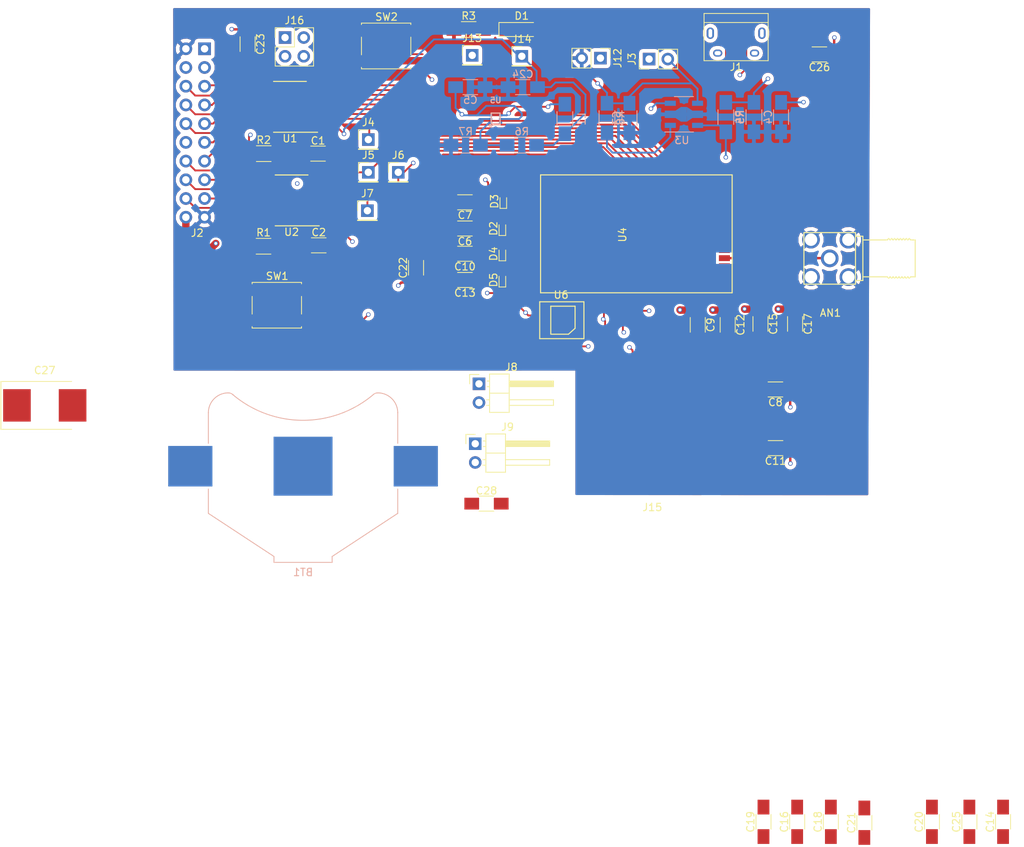
<source format=kicad_pcb>
(kicad_pcb (version 4) (host pcbnew 4.0.7)
  (layers (0 F.Cu signal) (1 GROUND_PLANE power hide) (2 power_sig mixed hide) (31 B.Cu signal hide) (34 B.Paste user) (35 F.Paste user) (36 B.SilkS user) (37 F.SilkS user) (38 B.Mask user) (39 F.Mask user) (44 Edge.Cuts user))
  (net 0 "")
  (net 1 "Net-(AN1-Pad1)")
  (net 2 GND)
  (net 3 /Batt_and_LEDs/BATT_V)
  (net 4 /Batt_and_LEDs/BATT_GND)
  (net 5 "Net-(C1-Pad1)")
  (net 6 "Net-(C2-Pad1)")
  (net 7 /main_vin)
  (net 8 /3v8)
  (net 9 /sim_clk)
  (net 10 /sim_io)
  (net 11 /sim_rst)
  (net 12 /vsim)
  (net 13 /1v8)
  (net 14 "Net-(D1-Pad1)")
  (net 15 /txd)
  (net 16 /rxd)
  (net 17 /pwr_on)
  (net 18 /v_int)
  (net 19 /gpio1)
  (net 20 /gpio6)
  (net 21 /gpio5)
  (net 22 /5v)
  (net 23 "Net-(J1-Pad2)")
  (net 24 "Net-(J1-Pad3)")
  (net 25 "Net-(J2-Pad1)")
  (net 26 "Net-(J2-Pad3)")
  (net 27 "Net-(J2-Pad4)")
  (net 28 /h_v_int)
  (net 29 /h_dsr)
  (net 30 /h_ri)
  (net 31 /h_dcd)
  (net 32 /h_dtr)
  (net 33 /h_rts)
  (net 34 /h_cts)
  (net 35 "Net-(J2-Pad12)")
  (net 36 /h_txd)
  (net 37 /h_rxd)
  (net 38 /h_pwr_on)
  (net 39 /h_gpio1)
  (net 40 /h_reset_n)
  (net 41 /h_gpio6)
  (net 42 /high_v)
  (net 43 /reset_n)
  (net 44 "Net-(J15-Pad6)")
  (net 45 "Net-(J16-Pad1)")
  (net 46 "Net-(J16-Pad2)")
  (net 47 "Net-(L1-Pad2)")
  (net 48 "Net-(R4-Pad2)")
  (net 49 "Net-(R6-Pad2)")
  (net 50 "Net-(R8-Pad1)")
  (net 51 /cts)
  (net 52 /rts)
  (net 53 /dtr)
  (net 54 /dcd)
  (net 55 /ri)
  (net 56 /dsr)
  (net 57 "Net-(U2-Pad3)")
  (net 58 "Net-(U2-Pad4)")
  (net 59 "Net-(U2-Pad5)")
  (net 60 "Net-(U2-Pad16)")
  (net 61 "Net-(U2-Pad17)")
  (net 62 "Net-(U2-Pad18)")
  (net 63 "Net-(U4-Pad2)")
  (net 64 "Net-(U4-Pad17)")
  (net 65 "Net-(U4-Pad23)")
  (net 66 "Net-(U4-Pad24)")
  (net 67 "Net-(U4-Pad25)")
  (net 68 "Net-(U4-Pad26)")
  (net 69 "Net-(U4-Pad27)")
  (net 70 "Net-(U4-Pad28)")
  (net 71 "Net-(U4-Pad29)")
  (net 72 "Net-(U4-Pad31)")
  (net 73 "Net-(U4-Pad33)")
  (net 74 "Net-(U4-Pad34)")
  (net 75 "Net-(U4-Pad35)")
  (net 76 "Net-(U4-Pad36)")
  (net 77 "Net-(U4-Pad37)")
  (net 78 "Net-(U4-Pad44)")
  (net 79 "Net-(U4-Pad45)")
  (net 80 "Net-(U4-Pad46)")
  (net 81 "Net-(U4-Pad47)")
  (net 82 "Net-(U4-Pad48)")
  (net 83 "Net-(U4-Pad49)")
  (net 84 "Net-(U4-Pad62)")
  (net 85 "Net-(U5-Pad6)")
  (net 86 "Net-(U6-Pad2)")
  (net 87 "Net-(U6-Pad4)")
  (net 88 "Net-(U6-Pad5)")
  (module Pin_Headers:Pin_Header_Straight_1x02_Pitch2.54mm (layer F.Cu) (at 139.417 76.196 270)
    (fp_text reference J12 (at 0 -2.33 270) (layer F.SilkS))
    (fp_text value Batt_conn)
    (pad 1 thru_hole rect (at 0 0 270) (size 1.7 1.7) (drill 1) (layers *.Cu *.Mask) (net 22 /5v))
    (pad 2 thru_hole oval (at 0 2.54 270) (size 1.7 1.7) (drill 1) (layers *.Cu *.Mask) (net 2 GND))
  )
  (module Resistors_SMD:R_1206_HandSoldering (layer B.Cu) (at 128.749 88.007 180)
    (fp_text reference R6 (at 0 1.85 180) (layer B.SilkS) (effects (justify mirror)))
    (fp_text value 200k)
    (pad 1 smd rect (at -2 0 180) (size 2 1.7) (layers B.Cu B.Paste B.Mask) (net 13 /1v8))
    (pad 2 smd rect (at 2 0 180) (size 2 1.7) (layers B.Cu B.Paste B.Mask) (net 49 "Net-(R6-Pad2)"))
  )
  (module SMA:SMA_TH_Amphenol (layer F.Cu) (at 170.532 103.37)
    (fp_text reference AN1 (at 0.1 7.4) (layer F.SilkS))
    (fp_text value SMA_Amphenon)
    (pad 1 thru_hole circle (at 0 0) (size 2.4 2.4) (drill 1.6) (layers *.Cu *.Mask) (net 1 "Net-(AN1-Pad1)"))
    (pad 2 thru_hole circle (at 2.54 -2.54) (size 2.4 2.4) (drill 1.7) (layers *.Cu *.Mask) (net 2 GND))
    (pad 2 thru_hole circle (at -2.54 -2.54) (size 2.4 2.4) (drill 1.7) (layers *.Cu *.Mask) (net 2 GND))
    (pad 2 thru_hole circle (at 2.54 2.54) (size 2.4 2.4) (drill 1.7) (layers *.Cu *.Mask) (net 2 GND))
    (pad 2 thru_hole circle (at -2.54 2.54) (size 2.4 2.4) (drill 1.7) (layers *.Cu *.Mask) (net 2 GND))
  )
  (module Battery_Holders:Keystone_3008_1x2450-CoinCell (layer B.Cu) (at 99.06 131.572)
    (fp_text reference BT1 (at 0 14.4) (layer B.SilkS) (effects (justify mirror)))
    (fp_text value Battery_Cell)
    (pad 1 smd rect (at -15.3 0) (size 6 5.5) (layers B.Cu B.Paste B.Mask) (net 3 /Batt_and_LEDs/BATT_V))
    (pad 1 smd rect (at 15.3 0) (size 6 5.5) (layers B.Cu B.Paste B.Mask) (net 3 /Batt_and_LEDs/BATT_V))
    (pad 2 smd rect (at 0 0) (size 8 8) (layers B.Cu B.Mask) (net 4 /Batt_and_LEDs/BATT_GND))
  )
  (module Capacitors_SMD:C_1206_HandSoldering (layer F.Cu) (at 101.092 89.154)
    (fp_text reference C1 (at 0 -1.75) (layer F.SilkS))
    (fp_text value 60pF)
    (pad 1 smd rect (at -2 0) (size 2 1.6) (layers F.Cu F.Paste F.Mask) (net 5 "Net-(C1-Pad1)"))
    (pad 2 smd rect (at 2 0) (size 2 1.6) (layers F.Cu F.Paste F.Mask) (net 2 GND))
  )
  (module Capacitors_SMD:C_1206_HandSoldering (layer F.Cu) (at 101.19 101.596)
    (fp_text reference C2 (at 0 -1.75) (layer F.SilkS))
    (fp_text value 60pF)
    (pad 1 smd rect (at -2 0) (size 2 1.6) (layers F.Cu F.Paste F.Mask) (net 6 "Net-(C2-Pad1)"))
    (pad 2 smd rect (at 2 0) (size 2 1.6) (layers F.Cu F.Paste F.Mask) (net 2 GND))
  )
  (module Capacitors_SMD:C_1206_HandSoldering (layer B.Cu) (at 143.354 84.324 270)
    (fp_text reference C3 (at 0 1.75 270) (layer B.SilkS) (effects (justify mirror)))
    (fp_text value 1uF)
    (pad 1 smd rect (at -2 0 270) (size 2 1.6) (layers B.Cu B.Paste B.Mask) (net 7 /main_vin))
    (pad 2 smd rect (at 2 0 270) (size 2 1.6) (layers B.Cu B.Paste B.Mask) (net 2 GND))
  )
  (module Capacitors_SMD:C_1206_HandSoldering (layer B.Cu) (at 163.928 84.197 270)
    (fp_text reference C4 (at 0 1.75 270) (layer B.SilkS) (effects (justify mirror)))
    (fp_text value 22uF)
    (pad 1 smd rect (at -2 0 270) (size 2 1.6) (layers B.Cu B.Paste B.Mask) (net 8 /3v8))
    (pad 2 smd rect (at 2 0 270) (size 2 1.6) (layers B.Cu B.Paste B.Mask) (net 2 GND))
  )
  (module Capacitors_SMD:C_1206_HandSoldering (layer B.Cu) (at 121.764 80.133)
    (fp_text reference C5 (at 0 1.75) (layer B.SilkS) (effects (justify mirror)))
    (fp_text value 4.7uF)
    (pad 1 smd rect (at -2 0) (size 2 1.6) (layers B.Cu B.Paste B.Mask) (net 8 /3v8))
    (pad 2 smd rect (at 2 0) (size 2 1.6) (layers B.Cu B.Paste B.Mask) (net 2 GND))
  )
  (module Capacitors_SMD:C_1206_HandSoldering (layer F.Cu) (at 121.031 99.314 180)
    (fp_text reference C6 (at 0 -1.75 180) (layer F.SilkS))
    (fp_text value 47pF)
    (pad 1 smd rect (at -2 0 180) (size 2 1.6) (layers F.Cu F.Paste F.Mask) (net 9 /sim_clk))
    (pad 2 smd rect (at 2 0 180) (size 2 1.6) (layers F.Cu F.Paste F.Mask) (net 2 GND))
  )
  (module Capacitors_SMD:C_1206_HandSoldering (layer F.Cu) (at 121.031 95.758 180)
    (fp_text reference C7 (at 0 -1.75 180) (layer F.SilkS))
    (fp_text value 47pF)
    (pad 1 smd rect (at -2 0 180) (size 2 1.6) (layers F.Cu F.Paste F.Mask) (net 10 /sim_io))
    (pad 2 smd rect (at 2 0 180) (size 2 1.6) (layers F.Cu F.Paste F.Mask) (net 2 GND))
  )
  (module Capacitors_SMD:C_1206_HandSoldering (layer F.Cu) (at 163.166 121.154 180)
    (fp_text reference C8 (at 0 -1.75 180) (layer F.SilkS))
    (fp_text value 10nF)
    (pad 1 smd rect (at -2 0 180) (size 2 1.6) (layers F.Cu F.Paste F.Mask) (net 8 /3v8))
    (pad 2 smd rect (at 2 0 180) (size 2 1.6) (layers F.Cu F.Paste F.Mask) (net 2 GND))
  )
  (module Capacitors_SMD:C_1206_HandSoldering (layer F.Cu) (at 152.625 112.391 270)
    (fp_text reference C9 (at 0 -1.75 270) (layer F.SilkS))
    (fp_text value 100nF)
    (pad 1 smd rect (at -2 0 270) (size 2 1.6) (layers F.Cu F.Paste F.Mask) (net 8 /3v8))
    (pad 2 smd rect (at 2 0 270) (size 2 1.6) (layers F.Cu F.Paste F.Mask) (net 2 GND))
  )
  (module Capacitors_SMD:C_1206_HandSoldering (layer F.Cu) (at 121.031 102.743 180)
    (fp_text reference C10 (at 0 -1.75 180) (layer F.SilkS))
    (fp_text value 47pF)
    (pad 1 smd rect (at -2 0 180) (size 2 1.6) (layers F.Cu F.Paste F.Mask) (net 11 /sim_rst))
    (pad 2 smd rect (at 2 0 180) (size 2 1.6) (layers F.Cu F.Paste F.Mask) (net 2 GND))
  )
  (module Capacitors_SMD:C_1206_HandSoldering (layer F.Cu) (at 163.18124 129.11944 180)
    (fp_text reference C11 (at 0 -1.75 180) (layer F.SilkS))
    (fp_text value 10nF)
    (pad 1 smd rect (at -2 0 180) (size 2 1.6) (layers F.Cu F.Paste F.Mask) (net 8 /3v8))
    (pad 2 smd rect (at 2 0 180) (size 2 1.6) (layers F.Cu F.Paste F.Mask) (net 2 GND))
  )
  (module Capacitors_SMD:C_1206_HandSoldering (layer F.Cu) (at 156.689 112.391 270)
    (fp_text reference C12 (at 0 -1.75 270) (layer F.SilkS))
    (fp_text value 10nF)
    (pad 1 smd rect (at -2 0 270) (size 2 1.6) (layers F.Cu F.Paste F.Mask) (net 8 /3v8))
    (pad 2 smd rect (at 2 0 270) (size 2 1.6) (layers F.Cu F.Paste F.Mask) (net 2 GND))
  )
  (module Capacitors_SMD:C_1206_HandSoldering (layer F.Cu) (at 121.031 106.299 180)
    (fp_text reference C13 (at 0 -1.75 180) (layer F.SilkS))
    (fp_text value 47pF)
    (pad 1 smd rect (at -2 0 180) (size 2 1.6) (layers F.Cu F.Paste F.Mask) (net 12 /vsim))
    (pad 2 smd rect (at 2 0 180) (size 2 1.6) (layers F.Cu F.Paste F.Mask) (net 2 GND))
  )
  (module Capacitors_SMD:C_1206_HandSoldering (layer F.Cu) (at 194.056 179.832 90)
    (fp_text reference C14 (at 0 -1.75 90) (layer F.SilkS))
    (fp_text value 10nF)
    (pad 1 smd rect (at -2 0 90) (size 2 1.6) (layers F.Cu F.Paste F.Mask) (net 8 /3v8))
    (pad 2 smd rect (at 2 0 90) (size 2 1.6) (layers F.Cu F.Paste F.Mask) (net 2 GND))
  )
  (module Capacitors_SMD:C_1206_HandSoldering (layer F.Cu) (at 161.134 112.264 270)
    (fp_text reference C15 (at 0 -1.75 270) (layer F.SilkS))
    (fp_text value 68pF)
    (pad 1 smd rect (at -2 0 270) (size 2 1.6) (layers F.Cu F.Paste F.Mask) (net 8 /3v8))
    (pad 2 smd rect (at 2 0 270) (size 2 1.6) (layers F.Cu F.Paste F.Mask) (net 2 GND))
  )
  (module Capacitors_SMD:C_1206_HandSoldering (layer F.Cu) (at 166.116 179.832 90)
    (fp_text reference C16 (at 0 -1.75 90) (layer F.SilkS))
    (fp_text value 10nF)
    (pad 1 smd rect (at -2 0 90) (size 2 1.6) (layers F.Cu F.Paste F.Mask) (net 8 /3v8))
    (pad 2 smd rect (at 2 0 90) (size 2 1.6) (layers F.Cu F.Paste F.Mask) (net 2 GND))
  )
  (module Capacitors_SMD:C_1206_HandSoldering (layer F.Cu) (at 165.833 112.264 270)
    (fp_text reference C17 (at 0 -1.75 270) (layer F.SilkS))
    (fp_text value 15pF)
    (pad 1 smd rect (at -2 0 270) (size 2 1.6) (layers F.Cu F.Paste F.Mask) (net 8 /3v8))
    (pad 2 smd rect (at 2 0 270) (size 2 1.6) (layers F.Cu F.Paste F.Mask) (net 2 GND))
  )
  (module Capacitors_SMD:C_1206_HandSoldering (layer F.Cu) (at 170.688 179.832 90)
    (fp_text reference C18 (at 0 -1.75 90) (layer F.SilkS))
    (fp_text value 10nF)
    (pad 1 smd rect (at -2 0 90) (size 2 1.6) (layers F.Cu F.Paste F.Mask) (net 8 /3v8))
    (pad 2 smd rect (at 2 0 90) (size 2 1.6) (layers F.Cu F.Paste F.Mask) (net 2 GND))
  )
  (module Capacitors_SMD:C_1206_HandSoldering (layer F.Cu) (at 161.544 179.832 90)
    (fp_text reference C19 (at 0 -1.75 90) (layer F.SilkS))
    (fp_text value 10nF)
    (pad 1 smd rect (at -2 0 90) (size 2 1.6) (layers F.Cu F.Paste F.Mask) (net 8 /3v8))
    (pad 2 smd rect (at 2 0 90) (size 2 1.6) (layers F.Cu F.Paste F.Mask) (net 2 GND))
  )
  (module Capacitors_SMD:C_1206_HandSoldering (layer F.Cu) (at 184.404 179.832 90)
    (fp_text reference C20 (at 0 -1.75 90) (layer F.SilkS))
    (fp_text value 0.1uF)
    (pad 1 smd rect (at -2 0 90) (size 2 1.6) (layers F.Cu F.Paste F.Mask) (net 8 /3v8))
    (pad 2 smd rect (at 2 0 90) (size 2 1.6) (layers F.Cu F.Paste F.Mask) (net 2 GND))
  )
  (module Capacitors_SMD:C_1206_HandSoldering (layer F.Cu) (at 175.231 179.955 90)
    (fp_text reference C21 (at 0 -1.75 90) (layer F.SilkS))
    (fp_text value 0.1uF)
    (pad 1 smd rect (at -2 0 90) (size 2 1.6) (layers F.Cu F.Paste F.Mask) (net 8 /3v8))
    (pad 2 smd rect (at 2 0 90) (size 2 1.6) (layers F.Cu F.Paste F.Mask) (net 2 GND))
  )
  (module Capacitors_SMD:C_1206_HandSoldering (layer F.Cu) (at 114.398 104.644 90)
    (fp_text reference C22 (at 0 -1.75 90) (layer F.SilkS))
    (fp_text value 0.1uF)
    (pad 1 smd rect (at -2 0 90) (size 2 1.6) (layers F.Cu F.Paste F.Mask) (net 8 /3v8))
    (pad 2 smd rect (at 2 0 90) (size 2 1.6) (layers F.Cu F.Paste F.Mask) (net 2 GND))
  )
  (module Capacitors_SMD:C_1206_HandSoldering (layer F.Cu) (at 91.538 74.291 270)
    (fp_text reference C23 (at 0 -1.75 270) (layer F.SilkS))
    (fp_text value 0.1uF)
    (pad 1 smd rect (at -2 0 270) (size 2 1.6) (layers F.Cu F.Paste F.Mask) (net 8 /3v8))
    (pad 2 smd rect (at 2 0 270) (size 2 1.6) (layers F.Cu F.Paste F.Mask) (net 2 GND))
  )
  (module Capacitors_SMD:C_1206_HandSoldering (layer B.Cu) (at 128.876 80.133 180)
    (fp_text reference C24 (at 0 1.75 180) (layer B.SilkS) (effects (justify mirror)))
    (fp_text value 22uF)
    (pad 1 smd rect (at -2 0 180) (size 2 1.6) (layers B.Cu B.Paste B.Mask) (net 13 /1v8))
    (pad 2 smd rect (at 2 0 180) (size 2 1.6) (layers B.Cu B.Paste B.Mask) (net 2 GND))
  )
  (module Capacitors_SMD:C_1206_HandSoldering (layer F.Cu) (at 189.484 179.832 90)
    (fp_text reference C25 (at 0 -1.75 90) (layer F.SilkS))
    (fp_text value 0.1uF)
    (pad 1 smd rect (at -2 0 90) (size 2 1.6) (layers F.Cu F.Paste F.Mask) (net 8 /3v8))
    (pad 2 smd rect (at 2 0 90) (size 2 1.6) (layers F.Cu F.Paste F.Mask) (net 2 GND))
  )
  (module Capacitors_SMD:C_1206_HandSoldering (layer F.Cu) (at 169.135 75.688 180)
    (fp_text reference C26 (at 0 -1.75 180) (layer F.SilkS))
    (fp_text value 0.1uF)
    (pad 1 smd rect (at -2 0 180) (size 2 1.6) (layers F.Cu F.Paste F.Mask) (net 8 /3v8))
    (pad 2 smd rect (at 2 0 180) (size 2 1.6) (layers F.Cu F.Paste F.Mask) (net 2 GND))
  )
  (module Capacitors_Tantalum_SMD:CP_Tantalum_Case-E_EIA-7260-38_Hand (layer F.Cu) (at 64.00948 123.31808)
    (fp_text reference C27 (at 0 -4.75) (layer F.SilkS))
    (fp_text value C1_BATT)
    (pad 1 smd rect (at -3.775 0) (size 3.75 4.4) (layers F.Cu F.Paste F.Mask) (net 3 /Batt_and_LEDs/BATT_V))
    (pad 2 smd rect (at 3.775 0) (size 3.75 4.4) (layers F.Cu F.Paste F.Mask) (net 4 /Batt_and_LEDs/BATT_GND))
  )
  (module Capacitors_SMD:C_1206_HandSoldering (layer F.Cu) (at 123.952 136.652)
    (fp_text reference C28 (at 0 -1.75) (layer F.SilkS))
    (fp_text value C2_BATT)
    (pad 1 smd rect (at -2 0) (size 2 1.6) (layers F.Cu F.Paste F.Mask) (net 3 /Batt_and_LEDs/BATT_V))
    (pad 2 smd rect (at 2 0) (size 2 1.6) (layers F.Cu F.Paste F.Mask) (net 4 /Batt_and_LEDs/BATT_GND))
  )
  (module LEDs:LED_1206_HandSoldering (layer F.Cu) (at 128.73884 72.31488)
    (fp_text reference D1 (at 0 -1.85) (layer F.SilkS))
    (fp_text value LED)
    (pad 1 smd rect (at -2 0) (size 2 1.7) (layers F.Cu F.Paste F.Mask) (net 14 "Net-(D1-Pad1)"))
    (pad 2 smd rect (at 2 0) (size 2 1.7) (layers F.Cu F.Paste F.Mask) (net 7 /main_vin))
  )
  (module LEDs:LED_0402 (layer F.Cu) (at 126.111 99.314 90)
    (fp_text reference D2 (at 0 -1.2 90) (layer F.SilkS))
    (fp_text value PESD0402)
    (pad 2 smd rect (at 0.55 0 270) (size 0.6 0.7) (layers F.Cu F.Paste F.Mask) (net 2 GND))
    (pad 1 smd rect (at -0.55 0 270) (size 0.6 0.7) (layers F.Cu F.Paste F.Mask) (net 9 /sim_clk))
  )
  (module LEDs:LED_0402 (layer F.Cu) (at 126.238 95.631 90)
    (fp_text reference D3 (at 0 -1.2 90) (layer F.SilkS))
    (fp_text value PESD0402)
    (pad 2 smd rect (at 0.55 0 270) (size 0.6 0.7) (layers F.Cu F.Paste F.Mask) (net 2 GND))
    (pad 1 smd rect (at -0.55 0 270) (size 0.6 0.7) (layers F.Cu F.Paste F.Mask) (net 10 /sim_io))
  )
  (module LEDs:LED_0402 (layer F.Cu) (at 126.111 102.743 90)
    (fp_text reference D4 (at 0 -1.2 90) (layer F.SilkS))
    (fp_text value PESD0402)
    (pad 2 smd rect (at 0.55 0 270) (size 0.6 0.7) (layers F.Cu F.Paste F.Mask) (net 2 GND))
    (pad 1 smd rect (at -0.55 0 270) (size 0.6 0.7) (layers F.Cu F.Paste F.Mask) (net 11 /sim_rst))
  )
  (module LEDs:LED_0402 (layer F.Cu) (at 126.111 106.299 90)
    (fp_text reference D5 (at 0 -1.2 90) (layer F.SilkS))
    (fp_text value PESD0402)
    (pad 2 smd rect (at 0.55 0 270) (size 0.6 0.7) (layers F.Cu F.Paste F.Mask) (net 2 GND))
    (pad 1 smd rect (at -0.55 0 270) (size 0.6 0.7) (layers F.Cu F.Paste F.Mask) (net 12 /vsim))
  )
  (module Connectors:USB_Micro-B (layer F.Cu) (at 157.832 74.164 180)
    (fp_text reference J1 (at 0 -3.24 180) (layer F.SilkS))
    (fp_text value USB_B)
    (pad 1 smd rect (at -1.3 -1.35 270) (size 1.35 0.4) (layers F.Cu F.Paste F.Mask) (net 22 /5v))
    (pad 2 smd rect (at -0.65 -1.35 270) (size 1.35 0.4) (layers F.Cu F.Paste F.Mask) (net 23 "Net-(J1-Pad2)"))
    (pad 3 smd rect (at 0 -1.35 270) (size 1.35 0.4) (layers F.Cu F.Paste F.Mask) (net 24 "Net-(J1-Pad3)"))
    (pad 4 smd rect (at 0.65 -1.35 270) (size 1.35 0.4) (layers F.Cu F.Paste F.Mask) (net 2 GND))
    (pad 5 smd rect (at 1.3 -1.35 270) (size 1.35 0.4) (layers F.Cu F.Paste F.Mask) (net 2 GND))
    (pad 6 thru_hole oval (at -2.5 -1.35 270) (size 0.95 1.25) (drill oval 0.55 0.85) (layers *.Cu *.Mask))
    (pad 6 thru_hole oval (at 2.5 -1.35 270) (size 0.95 1.25) (drill oval 0.55 0.85) (layers *.Cu *.Mask))
    (pad 6 thru_hole oval (at -3.5 1.35 270) (size 1.55 1) (drill oval 1.15 0.5) (layers *.Cu *.Mask))
    (pad 6 thru_hole oval (at 3.5 1.35 270) (size 1.55 1) (drill oval 1.15 0.5) (layers *.Cu *.Mask))
  )
  (module pin_header:right_side_2x10 (layer F.Cu) (at 85.696 74.926)
    (fp_text reference J2 (at -1 25) (layer F.SilkS))
    (fp_text value Conn_02x10_Odd_Even)
    (pad 1 thru_hole rect (at 0 0) (size 1.72 1.72) (drill 1.01) (layers *.Cu *.Mask) (net 25 "Net-(J2-Pad1)"))
    (pad 2 thru_hole circle (at -2.54 0) (size 1.72 1.72) (drill 1.01) (layers *.Cu *.Mask) (net 2 GND))
    (pad 3 thru_hole circle (at 0 2.54) (size 1.72 1.72) (drill 1.01) (layers *.Cu *.Mask) (net 26 "Net-(J2-Pad3)"))
    (pad 4 thru_hole circle (at -2.54 2.54) (size 1.72 1.72) (drill 1.01) (layers *.Cu *.Mask) (net 27 "Net-(J2-Pad4)"))
    (pad 5 thru_hole circle (at 0 5.08) (size 1.72 1.72) (drill 1.01) (layers *.Cu *.Mask) (net 28 /h_v_int))
    (pad 6 thru_hole circle (at -2.54 5.08) (size 1.72 1.72) (drill 1.01) (layers *.Cu *.Mask) (net 29 /h_dsr))
    (pad 7 thru_hole circle (at 0 7.62) (size 1.72 1.72) (drill 1.01) (layers *.Cu *.Mask) (net 30 /h_ri))
    (pad 8 thru_hole circle (at -2.54 7.62) (size 1.72 1.72) (drill 1.01) (layers *.Cu *.Mask) (net 31 /h_dcd))
    (pad 9 thru_hole circle (at 0 10.16) (size 1.72 1.72) (drill 1.01) (layers *.Cu *.Mask) (net 32 /h_dtr))
    (pad 10 thru_hole circle (at -2.54 10.16) (size 1.72 1.72) (drill 1.01) (layers *.Cu *.Mask) (net 33 /h_rts))
    (pad 11 thru_hole circle (at 0 12.7) (size 1.72 1.72) (drill 1.01) (layers *.Cu *.Mask) (net 34 /h_cts))
    (pad 12 thru_hole circle (at -2.54 12.7) (size 1.72 1.72) (drill 1.01) (layers *.Cu *.Mask) (net 35 "Net-(J2-Pad12)"))
    (pad 13 thru_hole circle (at 0 15.24) (size 1.72 1.72) (drill 1.01) (layers *.Cu *.Mask) (net 36 /h_txd))
    (pad 14 thru_hole circle (at -2.54 15.24) (size 1.72 1.72) (drill 1.01) (layers *.Cu *.Mask) (net 37 /h_rxd))
    (pad 15 thru_hole circle (at 0 17.78) (size 1.72 1.72) (drill 1.01) (layers *.Cu *.Mask) (net 38 /h_pwr_on))
    (pad 16 thru_hole circle (at -2.54 17.78) (size 1.72 1.72) (drill 1.01) (layers *.Cu *.Mask) (net 39 /h_gpio1))
    (pad 17 thru_hole circle (at 0 20.32) (size 1.72 1.72) (drill 1.01) (layers *.Cu *.Mask) (net 40 /h_reset_n))
    (pad 18 thru_hole circle (at -2.54 20.32) (size 1.72 1.72) (drill 1.01) (layers *.Cu *.Mask) (net 41 /h_gpio6))
    (pad 19 thru_hole circle (at 0 22.86) (size 1.72 1.72) (drill 1.01) (layers *.Cu *.Mask) (net 2 GND))
    (pad 20 thru_hole circle (at -2.54 22.86) (size 1.72 1.72) (drill 1.01) (layers *.Cu *.Mask) (net 42 /high_v))
  )
  (module Pin_Headers:Pin_Header_Straight_1x02_Pitch2.54mm (layer F.Cu) (at 146.021 76.323 90)
    (fp_text reference J3 (at 0 -2.33 90) (layer F.SilkS))
    (fp_text value cur_tp)
    (pad 1 thru_hole rect (at 0 0 90) (size 1.7 1.7) (drill 1) (layers *.Cu *.Mask) (net 22 /5v))
    (pad 2 thru_hole oval (at 0 2.54 90) (size 1.7 1.7) (drill 1) (layers *.Cu *.Mask) (net 7 /main_vin))
  )
  (module Pin_Headers:Pin_Header_Straight_1x01_Pitch2.54mm (layer F.Cu) (at 107.921 87.245)
    (fp_text reference J4 (at 0 -2.33) (layer F.SilkS))
    (fp_text value txd)
    (pad 1 thru_hole rect (at 0 0) (size 1.7 1.7) (drill 1) (layers *.Cu *.Mask) (net 15 /txd))
  )
  (module Pin_Headers:Pin_Header_Straight_1x01_Pitch2.54mm (layer F.Cu) (at 107.921 91.69)
    (fp_text reference J5 (at 0 -2.33) (layer F.SilkS))
    (fp_text value rxd)
    (pad 1 thru_hole rect (at 0 0) (size 1.7 1.7) (drill 1) (layers *.Cu *.Mask) (net 16 /rxd))
  )
  (module Pin_Headers:Pin_Header_Straight_1x01_Pitch2.54mm (layer F.Cu) (at 111.985 91.69)
    (fp_text reference J6 (at 0 -2.33) (layer F.SilkS))
    (fp_text value pwr_on)
    (pad 1 thru_hole rect (at 0 0) (size 1.7 1.7) (drill 1) (layers *.Cu *.Mask) (net 17 /pwr_on))
  )
  (module Pin_Headers:Pin_Header_Straight_1x01_Pitch2.54mm (layer F.Cu) (at 107.794 96.897)
    (fp_text reference J7 (at 0 -2.33) (layer F.SilkS))
    (fp_text value reset_n)
    (pad 1 thru_hole rect (at 0 0) (size 1.7 1.7) (drill 1) (layers *.Cu *.Mask) (net 43 /reset_n))
  )
  (module Pin_Headers:Pin_Header_Angled_1x02_Pitch2.54mm (layer F.Cu) (at 122.936 120.396)
    (fp_text reference J8 (at 4.385 -2.27) (layer F.SilkS))
    (fp_text value EXT_BATT)
    (pad 1 thru_hole rect (at 0 0) (size 1.7 1.7) (drill 1) (layers *.Cu *.Mask) (net 3 /Batt_and_LEDs/BATT_V))
    (pad 2 thru_hole oval (at 0 2.54) (size 1.7 1.7) (drill 1) (layers *.Cu *.Mask) (net 4 /Batt_and_LEDs/BATT_GND))
  )
  (module Pin_Headers:Pin_Header_Angled_1x02_Pitch2.54mm (layer F.Cu) (at 122.428 128.524)
    (fp_text reference J9 (at 4.385 -2.27) (layer F.SilkS))
    (fp_text value conn_to_board)
    (pad 1 thru_hole rect (at 0 0) (size 1.7 1.7) (drill 1) (layers *.Cu *.Mask) (net 3 /Batt_and_LEDs/BATT_V))
    (pad 2 thru_hole oval (at 0 2.54) (size 1.7 1.7) (drill 1) (layers *.Cu *.Mask) (net 4 /Batt_and_LEDs/BATT_GND))
  )
  (module Pin_Headers:Pin_Header_Straight_1x01_Pitch2.54mm (layer F.Cu) (at 122.018 75.815)
    (fp_text reference J13 (at 0 -2.33) (layer F.SilkS))
    (fp_text value "3v8 tp")
    (pad 1 thru_hole rect (at 0 0) (size 1.7 1.7) (drill 1) (layers *.Cu *.Mask) (net 8 /3v8))
  )
  (module Pin_Headers:Pin_Header_Straight_1x01_Pitch2.54mm (layer F.Cu) (at 128.749 75.942)
    (fp_text reference J14 (at 0 -2.33) (layer F.SilkS))
    (fp_text value "1v8 tp")
    (pad 1 thru_hole rect (at 0 0) (size 1.7 1.7) (drill 1) (layers *.Cu *.Mask) (net 13 /1v8))
  )
  (module SIM_CARD:sim7100_9 (layer F.Cu) (at 137.766 121.154)
    (fp_text reference J15 (at 8.7 16) (layer F.SilkS))
    (fp_text value Mechanical_slot)
    (pad "" smd rect (at 0 0) (size 1.56 2.61) (layers F.Cu F.Paste F.Mask))
    (pad "" smd rect (at 16.68 0) (size 1.56 2.61) (layers F.Cu F.Paste F.Mask))
    (pad "" smd rect (at 16.68 12.63) (size 1.56 2.61) (layers F.Cu F.Paste F.Mask))
    (pad "" smd rect (at 0 12.63) (size 1.56 2.61) (layers F.Cu F.Paste F.Mask))
    (pad D smd rect (at 0.935 -2.87) (size 0.9 1.35) (layers F.Cu F.Paste F.Mask))
    (pad 8 smd rect (at 2.205 -2.87) (size 0.9 1.35) (layers F.Cu F.Paste F.Mask))
    (pad 4 smd rect (at 3.475 -2.87) (size 0.9 1.35) (layers F.Cu F.Paste F.Mask))
    (pad 7 smd rect (at 4.745 -2.87) (size 0.9 1.35) (layers F.Cu F.Paste F.Mask) (net 10 /sim_io))
    (pad 3 smd rect (at 6.015 -2.87) (size 0.9 1.35) (layers F.Cu F.Paste F.Mask) (net 9 /sim_clk))
    (pad 6 smd rect (at 7.285 -2.87) (size 0.9 1.35) (layers F.Cu F.Paste F.Mask) (net 44 "Net-(J15-Pad6)"))
    (pad 2 smd rect (at 8.555 -2.87) (size 0.9 1.35) (layers F.Cu F.Paste F.Mask) (net 11 /sim_rst))
    (pad 5 smd rect (at 9.825 -2.87) (size 0.9 1.35) (layers F.Cu F.Paste F.Mask) (net 2 GND))
    (pad 1 smd rect (at 11.095 -2.87) (size 0.9 1.35) (layers F.Cu F.Paste F.Mask) (net 12 /vsim))
  )
  (module Inductors_SMD:L_1206_HandSoldering (layer B.Cu) (at 134.591 84.451 90)
    (fp_text reference L1 (at 0 2.3 90) (layer B.SilkS) (effects (justify mirror)))
    (fp_text value 1uH)
    (pad 1 smd rect (at -2 0 90) (size 2 1.7) (layers B.Cu B.Paste B.Mask) (net 13 /1v8))
    (pad 2 smd rect (at 2 0 90) (size 2 1.7) (layers B.Cu B.Paste B.Mask) (net 47 "Net-(L1-Pad2)"))
  )
  (module Resistors_SMD:R_1206_HandSoldering (layer F.Cu) (at 93.697 101.723)
    (fp_text reference R1 (at 0 -1.85) (layer F.SilkS))
    (fp_text value 200k)
    (pad 1 smd rect (at -2 0) (size 2 1.7) (layers F.Cu F.Paste F.Mask) (net 42 /high_v))
    (pad 2 smd rect (at 2 0) (size 2 1.7) (layers F.Cu F.Paste F.Mask) (net 6 "Net-(C2-Pad1)"))
  )
  (module Resistors_SMD:R_1206_HandSoldering (layer F.Cu) (at 93.726 89.154)
    (fp_text reference R2 (at 0 -1.85) (layer F.SilkS))
    (fp_text value 200K)
    (pad 1 smd rect (at -2 0) (size 2 1.7) (layers F.Cu F.Paste F.Mask) (net 42 /high_v))
    (pad 2 smd rect (at 2 0) (size 2 1.7) (layers F.Cu F.Paste F.Mask) (net 5 "Net-(C1-Pad1)"))
  )
  (module Resistors_SMD:R_1206_HandSoldering (layer F.Cu) (at 121.54048 72.31488)
    (fp_text reference R3 (at 0 -1.85) (layer F.SilkS))
    (fp_text value 2k)
    (pad 1 smd rect (at -2 0) (size 2 1.7) (layers F.Cu F.Paste F.Mask) (net 2 GND))
    (pad 2 smd rect (at 2 0) (size 2 1.7) (layers F.Cu F.Paste F.Mask) (net 14 "Net-(D1-Pad1)"))
  )
  (module Resistors_SMD:R_1206_HandSoldering (layer B.Cu) (at 156.435 84.197 90)
    (fp_text reference R4 (at 0 1.85 90) (layer B.SilkS) (effects (justify mirror)))
    (fp_text value 41K)
    (pad 1 smd rect (at -2 0 90) (size 2 1.7) (layers B.Cu B.Paste B.Mask) (net 8 /3v8))
    (pad 2 smd rect (at 2 0 90) (size 2 1.7) (layers B.Cu B.Paste B.Mask) (net 48 "Net-(R4-Pad2)"))
  )
  (module Resistors_SMD:R_1206_HandSoldering (layer B.Cu) (at 160.245 84.197 270)
    (fp_text reference R5 (at 0 1.85 270) (layer B.SilkS) (effects (justify mirror)))
    (fp_text value 10k)
    (pad 1 smd rect (at -2 0 270) (size 2 1.7) (layers B.Cu B.Paste B.Mask) (net 48 "Net-(R4-Pad2)"))
    (pad 2 smd rect (at 2 0 270) (size 2 1.7) (layers B.Cu B.Paste B.Mask) (net 2 GND))
  )
  (module Resistors_SMD:R_1206_HandSoldering (layer B.Cu) (at 121.129 88.007 180)
    (fp_text reference R7 (at 0 1.85 180) (layer B.SilkS) (effects (justify mirror)))
    (fp_text value 100k)
    (pad 1 smd rect (at -2 0 180) (size 2 1.7) (layers B.Cu B.Paste B.Mask) (net 49 "Net-(R6-Pad2)"))
    (pad 2 smd rect (at 2 0 180) (size 2 1.7) (layers B.Cu B.Paste B.Mask) (net 2 GND))
  )
  (module Resistors_SMD:R_1206_HandSoldering (layer B.Cu) (at 140.306 84.324 90)
    (fp_text reference R8 (at 0 1.85 90) (layer B.SilkS) (effects (justify mirror)))
    (fp_text value 47K)
    (pad 1 smd rect (at -2 0 90) (size 2 1.7) (layers B.Cu B.Paste B.Mask) (net 50 "Net-(R8-Pad1)"))
    (pad 2 smd rect (at 2 0 90) (size 2 1.7) (layers B.Cu B.Paste B.Mask) (net 7 /main_vin))
  )
  (module Buttons_Switches_SMD:SW_SPST_EVQQ2 (layer F.Cu) (at 95.504 109.728)
    (fp_text reference SW1 (at 0.05 -3.95) (layer F.SilkS))
    (fp_text value SW_Push)
    (pad 1 smd rect (at 3.4 -2) (size 3.2 1) (layers F.Cu F.Paste F.Mask) (net 2 GND))
    (pad 1 smd rect (at -3.4 -2) (size 3.2 1) (layers F.Cu F.Paste F.Mask) (net 2 GND))
    (pad 2 smd rect (at -3.4 2) (size 3.2 1) (layers F.Cu F.Paste F.Mask) (net 43 /reset_n))
    (pad 2 smd rect (at 3.4 2) (size 3.2 1) (layers F.Cu F.Paste F.Mask) (net 43 /reset_n))
  )
  (module Buttons_Switches_SMD:SW_SPST_EVQQ2 (layer F.Cu) (at 110.334 74.545)
    (fp_text reference SW2 (at 0.05 -3.95) (layer F.SilkS))
    (fp_text value SW_Push)
    (pad 1 smd rect (at 3.4 -2) (size 3.2 1) (layers F.Cu F.Paste F.Mask) (net 2 GND))
    (pad 1 smd rect (at -3.4 -2) (size 3.2 1) (layers F.Cu F.Paste F.Mask) (net 2 GND))
    (pad 2 smd rect (at -3.4 2) (size 3.2 1) (layers F.Cu F.Paste F.Mask) (net 17 /pwr_on))
    (pad 2 smd rect (at 3.4 2) (size 3.2 1) (layers F.Cu F.Paste F.Mask) (net 17 /pwr_on))
  )
  (module Housings_SSOP:TSSOP-20_4.4x6.5mm_Pitch0.65mm (layer F.Cu) (at 97.282 82.804 180)
    (fp_text reference U1 (at 0 -4.3 180) (layer F.SilkS))
    (fp_text value LSF0108)
    (pad 1 smd rect (at -2.95 -2.925 180) (size 1.45 0.45) (layers F.Cu F.Paste F.Mask) (net 2 GND))
    (pad 2 smd rect (at -2.95 -2.275 180) (size 1.45 0.45) (layers F.Cu F.Paste F.Mask) (net 13 /1v8))
    (pad 3 smd rect (at -2.95 -1.625 180) (size 1.45 0.45) (layers F.Cu F.Paste F.Mask) (net 15 /txd))
    (pad 4 smd rect (at -2.95 -0.975 180) (size 1.45 0.45) (layers F.Cu F.Paste F.Mask) (net 51 /cts))
    (pad 5 smd rect (at -2.95 -0.325 180) (size 1.45 0.45) (layers F.Cu F.Paste F.Mask) (net 52 /rts))
    (pad 6 smd rect (at -2.95 0.325 180) (size 1.45 0.45) (layers F.Cu F.Paste F.Mask) (net 53 /dtr))
    (pad 7 smd rect (at -2.95 0.975 180) (size 1.45 0.45) (layers F.Cu F.Paste F.Mask) (net 54 /dcd))
    (pad 8 smd rect (at -2.95 1.625 180) (size 1.45 0.45) (layers F.Cu F.Paste F.Mask) (net 55 /ri))
    (pad 9 smd rect (at -2.95 2.275 180) (size 1.45 0.45) (layers F.Cu F.Paste F.Mask) (net 56 /dsr))
    (pad 10 smd rect (at -2.95 2.925 180) (size 1.45 0.45) (layers F.Cu F.Paste F.Mask) (net 18 /v_int))
    (pad 11 smd rect (at 2.95 2.925 180) (size 1.45 0.45) (layers F.Cu F.Paste F.Mask) (net 28 /h_v_int))
    (pad 12 smd rect (at 2.95 2.275 180) (size 1.45 0.45) (layers F.Cu F.Paste F.Mask) (net 29 /h_dsr))
    (pad 13 smd rect (at 2.95 1.625 180) (size 1.45 0.45) (layers F.Cu F.Paste F.Mask) (net 30 /h_ri))
    (pad 14 smd rect (at 2.95 0.975 180) (size 1.45 0.45) (layers F.Cu F.Paste F.Mask) (net 31 /h_dcd))
    (pad 15 smd rect (at 2.95 0.325 180) (size 1.45 0.45) (layers F.Cu F.Paste F.Mask) (net 32 /h_dtr))
    (pad 16 smd rect (at 2.95 -0.325 180) (size 1.45 0.45) (layers F.Cu F.Paste F.Mask) (net 33 /h_rts))
    (pad 17 smd rect (at 2.95 -0.975 180) (size 1.45 0.45) (layers F.Cu F.Paste F.Mask) (net 34 /h_cts))
    (pad 18 smd rect (at 2.95 -1.625 180) (size 1.45 0.45) (layers F.Cu F.Paste F.Mask) (net 36 /h_txd))
    (pad 19 smd rect (at 2.95 -2.275 180) (size 1.45 0.45) (layers F.Cu F.Paste F.Mask) (net 5 "Net-(C1-Pad1)"))
    (pad 20 smd rect (at 2.95 -2.925 180) (size 1.45 0.45) (layers F.Cu F.Paste F.Mask) (net 5 "Net-(C1-Pad1)"))
  )
  (module Housings_SSOP:TSSOP-20_4.4x6.5mm_Pitch0.65mm (layer F.Cu) (at 97.507 95.5 180)
    (fp_text reference U2 (at 0 -4.3 180) (layer F.SilkS))
    (fp_text value LSF0108)
    (pad 1 smd rect (at -2.95 -2.925 180) (size 1.45 0.45) (layers F.Cu F.Paste F.Mask) (net 2 GND))
    (pad 2 smd rect (at -2.95 -2.275 180) (size 1.45 0.45) (layers F.Cu F.Paste F.Mask) (net 13 /1v8))
    (pad 3 smd rect (at -2.95 -1.625 180) (size 1.45 0.45) (layers F.Cu F.Paste F.Mask) (net 57 "Net-(U2-Pad3)"))
    (pad 4 smd rect (at -2.95 -0.975 180) (size 1.45 0.45) (layers F.Cu F.Paste F.Mask) (net 58 "Net-(U2-Pad4)"))
    (pad 5 smd rect (at -2.95 -0.325 180) (size 1.45 0.45) (layers F.Cu F.Paste F.Mask) (net 59 "Net-(U2-Pad5)"))
    (pad 6 smd rect (at -2.95 0.325 180) (size 1.45 0.45) (layers F.Cu F.Paste F.Mask) (net 20 /gpio6))
    (pad 7 smd rect (at -2.95 0.975 180) (size 1.45 0.45) (layers F.Cu F.Paste F.Mask) (net 43 /reset_n))
    (pad 8 smd rect (at -2.95 1.625 180) (size 1.45 0.45) (layers F.Cu F.Paste F.Mask) (net 19 /gpio1))
    (pad 9 smd rect (at -2.95 2.275 180) (size 1.45 0.45) (layers F.Cu F.Paste F.Mask) (net 17 /pwr_on))
    (pad 10 smd rect (at -2.95 2.925 180) (size 1.45 0.45) (layers F.Cu F.Paste F.Mask) (net 16 /rxd))
    (pad 11 smd rect (at 2.95 2.925 180) (size 1.45 0.45) (layers F.Cu F.Paste F.Mask) (net 37 /h_rxd))
    (pad 12 smd rect (at 2.95 2.275 180) (size 1.45 0.45) (layers F.Cu F.Paste F.Mask) (net 38 /h_pwr_on))
    (pad 13 smd rect (at 2.95 1.625 180) (size 1.45 0.45) (layers F.Cu F.Paste F.Mask) (net 39 /h_gpio1))
    (pad 14 smd rect (at 2.95 0.975 180) (size 1.45 0.45) (layers F.Cu F.Paste F.Mask) (net 40 /h_reset_n))
    (pad 15 smd rect (at 2.95 0.325 180) (size 1.45 0.45) (layers F.Cu F.Paste F.Mask) (net 41 /h_gpio6))
    (pad 16 smd rect (at 2.95 -0.325 180) (size 1.45 0.45) (layers F.Cu F.Paste F.Mask) (net 60 "Net-(U2-Pad16)"))
    (pad 17 smd rect (at 2.95 -0.975 180) (size 1.45 0.45) (layers F.Cu F.Paste F.Mask) (net 61 "Net-(U2-Pad17)"))
    (pad 18 smd rect (at 2.95 -1.625 180) (size 1.45 0.45) (layers F.Cu F.Paste F.Mask) (net 62 "Net-(U2-Pad18)"))
    (pad 19 smd rect (at 2.95 -2.275 180) (size 1.45 0.45) (layers F.Cu F.Paste F.Mask) (net 6 "Net-(C2-Pad1)"))
    (pad 20 smd rect (at 2.95 -2.925 180) (size 1.45 0.45) (layers F.Cu F.Paste F.Mask) (net 6 "Net-(C2-Pad1)"))
  )
  (module TO_SOT_Packages_SMD:SOT-89-5_Housing (layer B.Cu) (at 150.749 83.82)
    (fp_text reference U3 (at -0.275 3.525) (layer B.SilkS) (effects (justify mirror)))
    (fp_text value AP7361C-SOT89-5)
    (pad 2 smd trapezoid (at 0.775 0 90) (size 1.5 0.75) (rect_delta 0 -0.5) (layers B.Cu B.Paste B.Mask) (net 2 GND))
    (pad 5 smd rect (at 1.85 1.5 90) (size 0.7 1.5) (layers B.Cu B.Paste B.Mask) (net 8 /3v8))
    (pad 4 smd rect (at 1.85 -1.5 90) (size 0.7 1.5) (layers B.Cu B.Paste B.Mask) (net 7 /main_vin))
    (pad 1 smd rect (at -1.85 1.5 90) (size 0.7 1.5) (layers B.Cu B.Paste B.Mask) (net 50 "Net-(R8-Pad1)"))
    (pad 2 smd rect (at -1.85 0 90) (size 1 1.5) (layers B.Cu B.Paste B.Mask) (net 2 GND))
    (pad 3 smd rect (at -1.85 -1.5 90) (size 0.7 1.5) (layers B.Cu B.Paste B.Mask) (net 48 "Net-(R4-Pad2)"))
    (pad 2 smd rect (at 1.85 0 90) (size 1 1.5) (layers B.Cu B.Paste B.Mask) (net 2 GND))
    (pad 2 smd trapezoid (at -0.775 0 270) (size 1.5 0.75) (rect_delta 0 -0.5) (layers B.Cu B.Paste B.Mask) (net 2 GND))
    (pad 2 smd rect (at 0 0 90) (size 2 0.8) (layers B.Cu B.Paste B.Mask) (net 2 GND))
  )
  (module uBlox:uBlox_SARA-R4 (layer F.Cu) (at 155.292 93.087 270)
    (fp_text reference U4 (at 7.0866 12.8778 270) (layer F.SilkS))
    (fp_text value SARA-R410M-02B)
    (pad 78 smd rect (at 12.2 4.35 270) (size 1.1 1.1) (layers F.Cu F.Paste F.Mask) (net 2 GND))
    (pad 76 smd rect (at 12.2 2.55 270) (size 1.1 1.1) (layers F.Cu F.Paste F.Mask) (net 2 GND))
    (pad 75 smd rect (at 10.1 2.55 270) (size 1.1 1.1) (layers F.Cu F.Paste F.Mask) (net 2 GND))
    (pad 74 smd rect (at 8 2.55 270) (size 1.1 1.1) (layers F.Cu F.Paste F.Mask) (net 2 GND))
    (pad 73 smd rect (at 5.9 2.55 270) (size 1.1 1.1) (layers F.Cu F.Paste F.Mask) (net 2 GND))
    (pad 72 smd rect (at 3.8 2.55 270) (size 1.1 1.1) (layers F.Cu F.Paste F.Mask) (net 2 GND))
    (pad 70 smd rect (at 12.2 0.75 270) (size 1.1 1.1) (layers F.Cu F.Paste F.Mask) (net 2 GND))
    (pad 69 smd rect (at 10.1 0.75 270) (size 1.1 1.1) (layers F.Cu F.Paste F.Mask) (net 2 GND))
    (pad 68 smd rect (at 8 0.75 270) (size 1.1 1.1) (layers F.Cu F.Paste F.Mask) (net 2 GND))
    (pad 67 smd rect (at 5.9 0.75 270) (size 1.1 1.1) (layers F.Cu F.Paste F.Mask) (net 2 GND))
    (pad 66 smd rect (at 3.8 0.75 270) (size 1.1 1.1) (layers F.Cu F.Paste F.Mask) (net 2 GND))
    (pad 79 smd rect (at 1.7 7.95 270) (size 1.1 1.1) (layers F.Cu F.Paste F.Mask) (net 2 GND))
    (pad 77 smd rect (at 1.7 4.35 270) (size 1.1 1.1) (layers F.Cu F.Paste F.Mask) (net 2 GND))
    (pad 71 smd rect (at 1.7 2.55 270) (size 1.1 1.1) (layers F.Cu F.Paste F.Mask) (net 2 GND))
    (pad 65 smd rect (at 1.7 0.75 270) (size 1.1 1.1) (layers F.Cu F.Paste F.Mask) (net 2 GND))
    (pad 65 smd rect (at 1.7 0.75 270) (size 1.1 1.1) (layers F.Cu F.Paste F.Mask) (net 2 GND))
    (pad 71 smd rect (at 1.7 2.55 270) (size 1.1 1.1) (layers F.Cu F.Paste F.Mask) (net 2 GND))
    (pad 77 smd rect (at 1.7 4.35 270) (size 1.1 1.1) (layers F.Cu F.Paste F.Mask) (net 2 GND))
    (pad 79 smd rect (at 1.7 7.95 270) (size 1.1 1.1) (layers F.Cu F.Paste F.Mask) (net 2 GND))
    (pad 66 smd rect (at 3.8 0.75 270) (size 1.1 1.1) (layers F.Cu F.Paste F.Mask) (net 2 GND))
    (pad 67 smd rect (at 5.9 0.75 270) (size 1.1 1.1) (layers F.Cu F.Paste F.Mask) (net 2 GND))
    (pad 68 smd rect (at 8 0.75 270) (size 1.1 1.1) (layers F.Cu F.Paste F.Mask) (net 2 GND))
    (pad 69 smd rect (at 10.1 0.75 270) (size 1.1 1.1) (layers F.Cu F.Paste F.Mask) (net 2 GND))
    (pad 70 smd rect (at 12.2 0.75 270) (size 1.1 1.1) (layers F.Cu F.Paste F.Mask) (net 2 GND))
    (pad 72 smd rect (at 3.8 2.55 270) (size 1.1 1.1) (layers F.Cu F.Paste F.Mask) (net 2 GND))
    (pad 73 smd rect (at 5.9 2.55 270) (size 1.1 1.1) (layers F.Cu F.Paste F.Mask) (net 2 GND))
    (pad 74 smd rect (at 8 2.55 270) (size 1.1 1.1) (layers F.Cu F.Paste F.Mask) (net 2 GND))
    (pad 75 smd rect (at 10.1 2.55 270) (size 1.1 1.1) (layers F.Cu F.Paste F.Mask) (net 2 GND))
    (pad 76 smd rect (at 12.2 2.55 270) (size 1.1 1.1) (layers F.Cu F.Paste F.Mask) (net 2 GND))
    (pad 78 smd rect (at 12.2 4.35 270) (size 1.1 1.1) (layers F.Cu F.Paste F.Mask) (net 2 GND))
    (pad 78 smd rect (at 12.2 4.35 270) (size 1.1 1.1) (layers F.Cu F.Paste F.Mask) (net 2 GND))
    (pad 76 smd rect (at 12.2 2.55 270) (size 1.1 1.1) (layers F.Cu F.Paste F.Mask) (net 2 GND))
    (pad 75 smd rect (at 10.1 2.55 270) (size 1.1 1.1) (layers F.Cu F.Paste F.Mask) (net 2 GND))
    (pad 74 smd rect (at 8 2.55 270) (size 1.1 1.1) (layers F.Cu F.Paste F.Mask) (net 2 GND))
    (pad 73 smd rect (at 5.9 2.55 270) (size 1.1 1.1) (layers F.Cu F.Paste F.Mask) (net 2 GND))
    (pad 72 smd rect (at 3.8 2.55 270) (size 1.1 1.1) (layers F.Cu F.Paste F.Mask) (net 2 GND))
    (pad 70 smd rect (at 12.2 0.75 270) (size 1.1 1.1) (layers F.Cu F.Paste F.Mask) (net 2 GND))
    (pad 69 smd rect (at 10.1 0.75 270) (size 1.1 1.1) (layers F.Cu F.Paste F.Mask) (net 2 GND))
    (pad 68 smd rect (at 8 0.75 270) (size 1.1 1.1) (layers F.Cu F.Paste F.Mask) (net 2 GND))
    (pad 67 smd rect (at 5.9 0.75 270) (size 1.1 1.1) (layers F.Cu F.Paste F.Mask) (net 2 GND))
    (pad 66 smd rect (at 3.8 0.75 270) (size 1.1 1.1) (layers F.Cu F.Paste F.Mask) (net 2 GND))
    (pad 79 smd rect (at 1.7 7.95 270) (size 1.1 1.1) (layers F.Cu F.Paste F.Mask) (net 2 GND))
    (pad 77 smd rect (at 1.7 4.35 270) (size 1.1 1.1) (layers F.Cu F.Paste F.Mask) (net 2 GND))
    (pad 71 smd rect (at 1.7 2.55 270) (size 1.1 1.1) (layers F.Cu F.Paste F.Mask) (net 2 GND))
    (pad 65 smd rect (at 1.7 0.75 270) (size 1.1 1.1) (layers F.Cu F.Paste F.Mask) (net 2 GND))
    (pad 1 smd rect (at 0 0 270) (size 1.5 0.8) (layers F.Cu F.Paste F.Mask) (net 2 GND))
    (pad 2 smd rect (at 0 1.1 270) (size 1.5 0.8) (layers F.Cu F.Paste F.Mask) (net 63 "Net-(U4-Pad2)"))
    (pad 3 smd rect (at 0 2.2 270) (size 1.5 0.8) (layers F.Cu F.Paste F.Mask) (net 2 GND))
    (pad 4 smd rect (at 0 3.3 270) (size 1.5 0.8) (layers F.Cu F.Paste F.Mask) (net 18 /v_int))
    (pad 5 smd rect (at 0 4.4 270) (size 1.5 0.8) (layers F.Cu F.Paste F.Mask) (net 2 GND))
    (pad 6 smd rect (at 0 5.5 270) (size 1.5 0.8) (layers F.Cu F.Paste F.Mask) (net 56 /dsr))
    (pad 7 smd rect (at 0 6.6 270) (size 1.5 0.8) (layers F.Cu F.Paste F.Mask) (net 55 /ri))
    (pad 8 smd rect (at 0 7.7 270) (size 1.5 0.8) (layers F.Cu F.Paste F.Mask) (net 54 /dcd))
    (pad 9 smd rect (at 0 8.8 270) (size 1.5 0.8) (layers F.Cu F.Paste F.Mask) (net 53 /dtr))
    (pad 10 smd rect (at 0 9.9 270) (size 1.5 0.8) (layers F.Cu F.Paste F.Mask) (net 52 /rts))
    (pad 11 smd rect (at 0 11 270) (size 1.5 0.8) (layers F.Cu F.Paste F.Mask) (net 51 /cts))
    (pad 12 smd rect (at 0 12.1 270) (size 1.5 0.8) (layers F.Cu F.Paste F.Mask) (net 15 /txd))
    (pad 13 smd rect (at 0 13.2 270) (size 1.5 0.8) (layers F.Cu F.Paste F.Mask) (net 16 /rxd))
    (pad 14 smd rect (at 0 14.3 270) (size 1.5 0.8) (layers F.Cu F.Paste F.Mask) (net 2 GND))
    (pad 15 smd rect (at 0 15.4 270) (size 1.5 0.8) (layers F.Cu F.Paste F.Mask) (net 17 /pwr_on))
    (pad 16 smd rect (at 0 16.5 270) (size 1.5 0.8) (layers F.Cu F.Paste F.Mask) (net 19 /gpio1))
    (pad 17 smd rect (at 0 17.6 270) (size 1.5 0.8) (layers F.Cu F.Paste F.Mask) (net 64 "Net-(U4-Pad17)"))
    (pad 18 smd rect (at 0 18.7 270) (size 1.5 0.8) (layers F.Cu F.Paste F.Mask) (net 43 /reset_n))
    (pad 19 smd rect (at 0 19.8 270) (size 1.5 0.8) (layers F.Cu F.Paste F.Mask) (net 20 /gpio6))
    (pad 20 smd rect (at 0 20.9 270) (size 1.5 0.8) (layers F.Cu F.Paste F.Mask) (net 2 GND))
    (pad 21 smd rect (at 0 22 270) (size 1.5 0.8) (layers F.Cu F.Paste F.Mask) (net 2 GND))
    (pad "" smd rect (at -0.05 -1.1 270) (size 0.6 0.6) (layers F.Cu F.Paste F.Mask))
    (pad 65 smd rect (at 1.7 0.75 270) (size 1.1 1.1) (layers F.Cu F.Paste F.Mask) (net 2 GND))
    (pad 71 smd rect (at 1.7 2.55 270) (size 1.1 1.1) (layers F.Cu F.Paste F.Mask) (net 2 GND))
    (pad 77 smd rect (at 1.7 4.35 270) (size 1.1 1.1) (layers F.Cu F.Paste F.Mask) (net 2 GND))
    (pad 79 smd rect (at 1.7 7.95 270) (size 1.1 1.1) (layers F.Cu F.Paste F.Mask) (net 2 GND))
    (pad 22 smd rect (at 1.45 22.95 270) (size 0.8 1.5) (layers F.Cu F.Paste F.Mask) (net 2 GND))
    (pad 23 smd rect (at 2.55 22.95 270) (size 0.8 1.5) (layers F.Cu F.Paste F.Mask) (net 65 "Net-(U4-Pad23)"))
    (pad 24 smd rect (at 3.65 22.95 270) (size 0.8 1.5) (layers F.Cu F.Paste F.Mask) (net 66 "Net-(U4-Pad24)"))
    (pad 25 smd rect (at 4.75 22.95 270) (size 0.8 1.5) (layers F.Cu F.Paste F.Mask) (net 67 "Net-(U4-Pad25)"))
    (pad 26 smd rect (at 5.85 22.95 270) (size 0.8 1.5) (layers F.Cu F.Paste F.Mask) (net 68 "Net-(U4-Pad26)"))
    (pad 27 smd rect (at 6.95 22.95 270) (size 0.8 1.5) (layers F.Cu F.Paste F.Mask) (net 69 "Net-(U4-Pad27)"))
    (pad 28 smd rect (at 8.05 22.95 270) (size 0.8 1.5) (layers F.Cu F.Paste F.Mask) (net 70 "Net-(U4-Pad28)"))
    (pad 29 smd rect (at 9.15 22.95 270) (size 0.8 1.5) (layers F.Cu F.Paste F.Mask) (net 71 "Net-(U4-Pad29)"))
    (pad 30 smd rect (at 10.25 22.95 270) (size 0.8 1.5) (layers F.Cu F.Paste F.Mask) (net 2 GND))
    (pad 31 smd rect (at 11.35 22.95 270) (size 0.8 1.5) (layers F.Cu F.Paste F.Mask) (net 72 "Net-(U4-Pad31)"))
    (pad 33 smd rect (at 13.9 22 270) (size 1.5 0.8) (layers F.Cu F.Paste F.Mask) (net 73 "Net-(U4-Pad33)"))
    (pad 32 smd rect (at 12.45 22.95 270) (size 0.8 1.5) (layers F.Cu F.Paste F.Mask) (net 2 GND))
    (pad 34 smd rect (at 13.9 20.9 270) (size 1.5 0.8) (layers F.Cu F.Paste F.Mask) (net 74 "Net-(U4-Pad34)"))
    (pad 35 smd rect (at 13.9 19.8 270) (size 1.5 0.8) (layers F.Cu F.Paste F.Mask) (net 75 "Net-(U4-Pad35)"))
    (pad 36 smd rect (at 13.9 18.7 270) (size 1.5 0.8) (layers F.Cu F.Paste F.Mask) (net 76 "Net-(U4-Pad36)"))
    (pad 37 smd rect (at 13.9 17.6 270) (size 1.5 0.8) (layers F.Cu F.Paste F.Mask) (net 77 "Net-(U4-Pad37)"))
    (pad 38 smd rect (at 13.9 16.5 270) (size 1.5 0.8) (layers F.Cu F.Paste F.Mask) (net 9 /sim_clk))
    (pad 39 smd rect (at 13.9 15.4 270) (size 1.5 0.8) (layers F.Cu F.Paste F.Mask) (net 10 /sim_io))
    (pad 40 smd rect (at 13.9 14.3 270) (size 1.5 0.8) (layers F.Cu F.Paste F.Mask) (net 11 /sim_rst))
    (pad 41 smd rect (at 13.9 13.2 270) (size 1.5 0.8) (layers F.Cu F.Paste F.Mask) (net 12 /vsim))
    (pad 42 smd rect (at 13.9 12.1 270) (size 1.5 0.8) (layers F.Cu F.Paste F.Mask) (net 21 /gpio5))
    (pad 43 smd rect (at 13.9 11 270) (size 1.5 0.8) (layers F.Cu F.Paste F.Mask) (net 2 GND))
    (pad 44 smd rect (at 13.9 9.9 270) (size 1.5 0.8) (layers F.Cu F.Paste F.Mask) (net 78 "Net-(U4-Pad44)"))
    (pad 45 smd rect (at 13.9 8.8 270) (size 1.5 0.8) (layers F.Cu F.Paste F.Mask) (net 79 "Net-(U4-Pad45)"))
    (pad 46 smd rect (at 13.9 7.7 270) (size 1.5 0.8) (layers F.Cu F.Paste F.Mask) (net 80 "Net-(U4-Pad46)"))
    (pad 47 smd rect (at 13.9 6.6 270) (size 1.5 0.8) (layers F.Cu F.Paste F.Mask) (net 81 "Net-(U4-Pad47)"))
    (pad 48 smd rect (at 13.9 5.5 270) (size 1.5 0.8) (layers F.Cu F.Paste F.Mask) (net 82 "Net-(U4-Pad48)"))
    (pad 49 smd rect (at 13.9 4.4 270) (size 1.5 0.8) (layers F.Cu F.Paste F.Mask) (net 83 "Net-(U4-Pad49)"))
    (pad 50 smd rect (at 13.9 3.3 270) (size 1.5 0.8) (layers F.Cu F.Paste F.Mask) (net 2 GND))
    (pad 51 smd rect (at 13.9 2.2 270) (size 1.5 0.8) (layers F.Cu F.Paste F.Mask) (net 8 /3v8))
    (pad 52 smd rect (at 13.9 1.1 270) (size 1.5 0.8) (layers F.Cu F.Paste F.Mask) (net 8 /3v8))
    (pad 53 smd rect (at 13.9 0 270) (size 1.5 0.8) (layers F.Cu F.Paste F.Mask) (net 8 /3v8))
    (pad 54 smd rect (at 12.45 -0.95 270) (size 0.8 1.5) (layers F.Cu F.Paste F.Mask) (net 2 GND))
    (pad 55 smd rect (at 11.4 -0.95 270) (size 0.9 1.5) (layers F.Cu F.Paste F.Mask) (net 2 GND))
    (pad 64 smd rect (at 1.45 -0.95 270) (size 0.8 1.5) (layers F.Cu F.Paste F.Mask) (net 2 GND))
    (pad 63 smd rect (at 2.55 -0.95 270) (size 0.8 1.5) (layers F.Cu F.Paste F.Mask) (net 2 GND))
    (pad 62 smd rect (at 3.65 -0.95 270) (size 0.8 1.5) (layers F.Cu F.Paste F.Mask) (net 84 "Net-(U4-Pad62)"))
    (pad 61 smd rect (at 4.75 -0.95 270) (size 0.8 1.5) (layers F.Cu F.Paste F.Mask) (net 2 GND))
    (pad 60 smd rect (at 5.85 -0.95 270) (size 0.8 1.5) (layers F.Cu F.Paste F.Mask) (net 2 GND))
    (pad 59 smd rect (at 6.95 -0.95 270) (size 0.8 1.5) (layers F.Cu F.Paste F.Mask) (net 2 GND))
    (pad 58 smd rect (at 8.05 -0.95 270) (size 0.8 1.5) (layers F.Cu F.Paste F.Mask) (net 2 GND))
    (pad 57 smd rect (at 9.1 -0.95 270) (size 0.9 1.5) (layers F.Cu F.Paste F.Mask) (net 2 GND))
    (pad 56 smd rect (at 10.25 -0.95 270) (size 0.8 1.5) (layers F.Cu F.Paste F.Mask) (net 1 "Net-(AN1-Pad1)"))
    (pad 66 smd rect (at 3.8 0.75 270) (size 1.1 1.1) (layers F.Cu F.Paste F.Mask) (net 2 GND))
    (pad 67 smd rect (at 5.9 0.75 270) (size 1.1 1.1) (layers F.Cu F.Paste F.Mask) (net 2 GND))
    (pad 68 smd rect (at 8 0.75 270) (size 1.1 1.1) (layers F.Cu F.Paste F.Mask) (net 2 GND))
    (pad 69 smd rect (at 10.1 0.75 270) (size 1.1 1.1) (layers F.Cu F.Paste F.Mask) (net 2 GND))
    (pad 70 smd rect (at 12.2 0.75 270) (size 1.1 1.1) (layers F.Cu F.Paste F.Mask) (net 2 GND))
    (pad 72 smd rect (at 3.8 2.55 270) (size 1.1 1.1) (layers F.Cu F.Paste F.Mask) (net 2 GND))
    (pad 73 smd rect (at 5.9 2.55 270) (size 1.1 1.1) (layers F.Cu F.Paste F.Mask) (net 2 GND))
    (pad 74 smd rect (at 8 2.55 270) (size 1.1 1.1) (layers F.Cu F.Paste F.Mask) (net 2 GND))
    (pad 75 smd rect (at 10.1 2.55 270) (size 1.1 1.1) (layers F.Cu F.Paste F.Mask) (net 2 GND))
    (pad 76 smd rect (at 12.2 2.55 270) (size 1.1 1.1) (layers F.Cu F.Paste F.Mask) (net 2 GND))
    (pad 78 smd rect (at 12.2 4.35 270) (size 1.1 1.1) (layers F.Cu F.Paste F.Mask) (net 2 GND))
    (pad 80 smd rect (at 12.2 7.95 270) (size 1.1 1.1) (layers F.Cu F.Paste F.Mask) (net 2 GND))
    (pad 91 smd rect (at 1.7 21.25 270) (size 1.1 1.1) (layers F.Cu F.Paste F.Mask) (net 2 GND))
    (pad 85 smd rect (at 1.7 19.45 270) (size 1.1 1.1) (layers F.Cu F.Paste F.Mask) (net 2 GND))
    (pad 83 smd rect (at 1.7 17.65 270) (size 1.1 1.1) (layers F.Cu F.Paste F.Mask) (net 2 GND))
    (pad 92 smd rect (at 3.8 21.25 270) (size 1.1 1.1) (layers F.Cu F.Paste F.Mask) (net 2 GND))
    (pad 93 smd rect (at 5.9 21.25 270) (size 1.1 1.1) (layers F.Cu F.Paste F.Mask) (net 2 GND))
    (pad 94 smd rect (at 8 21.25 270) (size 1.1 1.1) (layers F.Cu F.Paste F.Mask) (net 2 GND))
    (pad 95 smd rect (at 10.1 21.25 270) (size 1.1 1.1) (layers F.Cu F.Paste F.Mask) (net 2 GND))
    (pad 96 smd rect (at 12.2 21.25 270) (size 1.1 1.1) (layers F.Cu F.Paste F.Mask) (net 2 GND))
    (pad 86 smd rect (at 3.8 19.45 270) (size 1.1 1.1) (layers F.Cu F.Paste F.Mask) (net 2 GND))
    (pad 87 smd rect (at 5.9 19.45 270) (size 1.1 1.1) (layers F.Cu F.Paste F.Mask) (net 2 GND))
    (pad 88 smd rect (at 8 19.45 270) (size 1.1 1.1) (layers F.Cu F.Paste F.Mask) (net 2 GND))
    (pad 89 smd rect (at 10.1 19.45 270) (size 1.1 1.1) (layers F.Cu F.Paste F.Mask) (net 2 GND))
    (pad 90 smd rect (at 12.2 19.45 270) (size 1.1 1.1) (layers F.Cu F.Paste F.Mask) (net 2 GND))
    (pad 84 smd rect (at 12.2 17.65 270) (size 1.1 1.1) (layers F.Cu F.Paste F.Mask) (net 2 GND))
    (pad 82 smd rect (at 12.2 14.05 270) (size 1.1 1.1) (layers F.Cu F.Paste F.Mask) (net 2 GND))
    (pad 81 smd rect (at 1.7 14.05 270) (size 1.1 1.1) (layers F.Cu F.Paste F.Mask) (net 2 GND))
  )
  (module sot:SOT563 (layer B.Cu) (at 125.193 84.451)
    (fp_text reference U5 (at 0 -2.54) (layer B.SilkS) (effects (font (size 0.762 0.762) (thickness 0.1524)) (justify mirror)))
    (fp_text value TLV62568A hide)
    (pad 1 smd rect (at -0.675 0.5) (size 0.45 0.3) (layers B.Cu B.Paste B.Mask) (net 49 "Net-(R6-Pad2)"))
    (pad 3 smd rect (at -0.675 -0.5) (size 0.45 0.3) (layers B.Cu B.Paste B.Mask) (net 8 /3v8))
    (pad 5 smd rect (at 0.675 0) (size 0.45 0.3) (layers B.Cu B.Paste B.Mask) (net 8 /3v8))
    (pad 2 smd rect (at -0.675 0) (size 0.45 0.3) (layers B.Cu B.Paste B.Mask) (net 2 GND))
    (pad 4 smd rect (at 0.675 -0.5) (size 0.45 0.3) (layers B.Cu B.Paste B.Mask) (net 47 "Net-(L1-Pad2)"))
    (pad 6 smd rect (at 0.675 0.5) (size 0.45 0.3) (layers B.Cu B.Paste B.Mask) (net 85 "Net-(U5-Pad6)"))
  )
  (module SIM_CARD:SWISS_COM_SIMCARD (layer F.Cu) (at 136.877 113.661 180)
    (fp_text reference U6 (at 2.794 5.334 180) (layer F.SilkS))
    (fp_text value SWISSCOM_SIM)
    (pad 1 smd rect (at 0 0 180) (size 0.6 0.4) (layers F.Cu F.Paste F.Mask) (net 2 GND))
    (pad 2 smd rect (at 0 1.27 180) (size 0.6 0.4) (layers F.Cu F.Paste F.Mask) (net 86 "Net-(U6-Pad2)"))
    (pad 3 smd rect (at 0 2.54 180) (size 0.6 0.4) (layers F.Cu F.Paste F.Mask) (net 10 /sim_io))
    (pad 4 smd rect (at 0 3.81 180) (size 0.6 0.4) (layers F.Cu F.Paste F.Mask) (net 87 "Net-(U6-Pad4)"))
    (pad 8 smd rect (at 5.4 0 180) (size 0.6 0.4) (layers F.Cu F.Paste F.Mask) (net 12 /vsim))
    (pad 7 smd rect (at 5.4 1.27 180) (size 0.6 0.4) (layers F.Cu F.Paste F.Mask) (net 11 /sim_rst))
    (pad 6 smd rect (at 5.4 2.54 180) (size 0.6 0.4) (layers F.Cu F.Paste F.Mask) (net 9 /sim_clk))
    (pad 5 smd rect (at 5.4 3.81 180) (size 0.6 0.4) (layers F.Cu F.Paste F.Mask) (net 88 "Net-(U6-Pad5)"))
  )
  (module Pin_Headers:Pin_Header_Straight_2x02_Pitch2.54mm (layer F.Cu) (at 96.618 73.402)
    (fp_text reference J16 (at 1.27 -2.33) (layer F.SilkS))
    (fp_text value 1,2:Vusb_bat/3,4:Vxplain)
    (pad 1 thru_hole rect (at 0 0) (size 1.7 1.7) (drill 1) (layers *.Cu *.Mask) (net 45 "Net-(J16-Pad1)"))
    (pad 2 thru_hole oval (at 2.54 0) (size 1.7 1.7) (drill 1) (layers *.Cu *.Mask) (net 46 "Net-(J16-Pad2)"))
    (pad 3 thru_hole oval (at 0 2.54) (size 1.7 1.7) (drill 1) (layers *.Cu *.Mask) (net 42 /high_v))
    (pad 4 thru_hole oval (at 2.54 2.54) (size 1.7 1.7) (drill 1) (layers *.Cu *.Mask) (net 22 /5v))
  )
  (segment (start 115.287 75.66) (end 108.487 75.66) (width 0.25) (layer F.Cu) (net 0))
  (segment (start 149.779 104.995) (end 149.616 104.832) (width 0.25) (layer F.Cu) (net 0))
  (via (at 98.269 93.214) (size 0.6) (drill 0.4) (layers F.Cu B.Cu) (net 0))
  (segment (start 156.242 103.337) (end 170.495 103.337) (width 0.326) (layer F.Cu) (net 1))
  (segment (start 170.495 103.337) (end 170.532 103.374) (width 0.326) (layer F.Cu) (net 1))
  (segment (start 170.495 103.337) (end 170.532 103.374) (width 0.326) (layer F.Cu) (net 1))
  (segment (start 157.182 75.514) (end 156.532 75.514) (width 0.25) (layer F.Cu) (net 2))
  (segment (start 156.532 75.514) (end 156.532 76.988) (width 0.25) (layer F.Cu) (net 2))
  (segment (start 156.532 76.988) (end 156.181 77.339) (width 0.25) (layer F.Cu) (net 2))
  (segment (start 100.457 98.425) (end 101.702 98.425) (width 0.25) (layer F.Cu) (net 2))
  (segment (start 103.19 99.913) (end 103.19 101.596) (width 0.25) (layer F.Cu) (net 2))
  (segment (start 101.702 98.425) (end 103.19 99.913) (width 0.25) (layer F.Cu) (net 2))
  (segment (start 138.909 113.534) (end 138.02 113.534) (width 0.25) (layer F.Cu) (net 2))
  (segment (start 138.02 113.534) (end 137.893 113.661) (width 0.25) (layer F.Cu) (net 2))
  (segment (start 136.877 113.661) (end 137.893 113.661) (width 0.25) (layer F.Cu) (net 2))
  (segment (start 136.877 113.661) (end 138.147 113.661) (width 0.25) (layer F.Cu) (net 2))
  (segment (start 137.642 105.287) (end 135.842 105.287) (width 0.25) (layer F.Cu) (net 2))
  (segment (start 137.642 105.287) (end 137.642 103.885) (width 0.25) (layer F.Cu) (net 2))
  (segment (start 137.642 103.885) (end 137.639 103.882) (width 0.25) (layer F.Cu) (net 2))
  (segment (start 137.642 105.287) (end 139.028 105.287) (width 0.25) (layer F.Cu) (net 2))
  (segment (start 139.028 105.287) (end 139.036 105.279) (width 0.25) (layer F.Cu) (net 2))
  (segment (start 136.877 113.661) (end 138.02 113.661) (width 0.25) (layer F.Cu) (net 2))
  (segment (start 151.992 106.987) (end 151.992 105.281) (width 0.25) (layer F.Cu) (net 2))
  (segment (start 151.992 105.281) (end 151.99 105.279) (width 0.25) (layer F.Cu) (net 2))
  (segment (start 100.232 85.729) (end 101.325 85.729) (width 0.25) (layer F.Cu) (net 2))
  (segment (start 101.325 85.729) (end 103.095 87.499) (width 0.25) (layer F.Cu) (net 2))
  (segment (start 140.992 93.087) (end 140.992 94.537) (width 0.25) (layer F.Cu) (net 2))
  (segment (start 140.992 94.537) (end 141.242 94.787) (width 0.25) (layer F.Cu) (net 2))
  (segment (start 123.161 84.451) (end 123.034 84.451) (width 0.25) (layer B.Cu) (net 2))
  (segment (start 124.518 84.451) (end 123.161 84.451) (width 0.25) (layer B.Cu) (net 2))
  (segment (start 123.034 84.451) (end 122.272 85.213) (width 0.25) (layer B.Cu) (net 2))
  (segment (start 95.726 89.154) (end 99.092 89.154) (width 0.25) (layer F.Cu) (net 5))
  (segment (start 94.332 85.729) (end 94.332 86.491) (width 0.25) (layer F.Cu) (net 5))
  (segment (start 95.726 87.885) (end 95.726 89.154) (width 0.25) (layer F.Cu) (net 5))
  (segment (start 94.332 86.491) (end 95.726 87.885) (width 0.25) (layer F.Cu) (net 5))
  (segment (start 94.332 85.079) (end 94.332 85.729) (width 0.25) (layer F.Cu) (net 5))
  (segment (start 95.697 101.723) (end 95.697 99.565) (width 0.25) (layer F.Cu) (net 6))
  (segment (start 95.697 99.565) (end 94.557 98.425) (width 0.25) (layer F.Cu) (net 6))
  (segment (start 99.19 101.596) (end 95.824 101.596) (width 0.25) (layer F.Cu) (net 6))
  (segment (start 95.824 101.596) (end 95.697 101.723) (width 0.25) (layer F.Cu) (net 6))
  (segment (start 140.306 82.324) (end 140.306 80.895) (width 0.25) (layer B.Cu) (net 7))
  (segment (start 131.003 74.513) (end 131.003 71.624) (width 0.25) (layer F.Cu) (net 7))
  (segment (start 134.718 78.228) (end 131.003 74.513) (width 0.25) (layer F.Cu) (net 7))
  (segment (start 137.639 78.228) (end 134.718 78.228) (width 0.25) (layer F.Cu) (net 7))
  (segment (start 139.036 79.625) (end 137.639 78.228) (width 0.25) (layer F.Cu) (net 7))
  (via (at 139.036 79.625) (size 0.6) (drill 0.4) (layers F.Cu B.Cu) (net 7))
  (segment (start 140.306 80.895) (end 139.036 79.625) (width 0.25) (layer B.Cu) (net 7))
  (segment (start 143.354 82.324) (end 143.354 81.403) (width 0.25) (layer B.Cu) (net 7))
  (segment (start 143.354 81.403) (end 145.132 79.625) (width 0.25) (layer B.Cu) (net 7))
  (segment (start 145.132 79.625) (end 151.863 79.625) (width 0.25) (layer B.Cu) (net 7))
  (segment (start 152.599 82.32) (end 152.599 80.361) (width 0.25) (layer B.Cu) (net 7))
  (segment (start 152.599 80.361) (end 151.863 79.625) (width 0.25) (layer B.Cu) (net 7))
  (segment (start 151.863 79.625) (end 148.561 76.323) (width 0.25) (layer B.Cu) (net 7))
  (segment (start 143.354 82.324) (end 140.306 82.324) (width 0.25) (layer B.Cu) (net 7))
  (segment (start 165.18124 129.11944) (end 165.18124 131.18548) (width 0.326) (layer F.Cu) (net 8))
  (via (at 165.20308 131.20732) (size 0.6) (drill 0.4) (layers F.Cu B.Cu) (net 8))
  (segment (start 165.18124 131.18548) (end 165.20308 131.20732) (width 0.326) (layer F.Cu) (net 8))
  (segment (start 91.538 72.291) (end 89.411 72.291) (width 0.326) (layer F.Cu) (net 8))
  (via (at 89.379 72.259) (size 0.6) (drill 0.4) (layers F.Cu B.Cu) (net 8))
  (segment (start 89.411 72.291) (end 89.379 72.259) (width 0.326) (layer F.Cu) (net 8))
  (segment (start 171.135 75.688) (end 171.135 73.434) (width 0.326) (layer F.Cu) (net 8))
  (via (at 171.167 73.402) (size 0.6) (drill 0.4) (layers F.Cu B.Cu) (net 8))
  (segment (start 171.135 73.434) (end 171.167 73.402) (width 0.326) (layer F.Cu) (net 8))
  (segment (start 165.166 121.154) (end 165.166 123.535) (width 0.326) (layer F.Cu) (net 8))
  (via (at 165.198 123.567) (size 0.6) (drill 0.4) (layers F.Cu B.Cu) (net 8))
  (segment (start 165.166 123.535) (end 165.198 123.567) (width 0.326) (layer F.Cu) (net 8))
  (segment (start 114.398 106.644) (end 112.398 106.644) (width 0.326) (layer F.Cu) (net 8))
  (via (at 111.985 107.057) (size 0.6) (drill 0.4) (layers F.Cu B.Cu) (net 8))
  (segment (start 112.398 106.644) (end 111.985 107.057) (width 0.326) (layer F.Cu) (net 8))
  (segment (start 154.149 108.454) (end 154.149 108.867) (width 1) (layer F.Cu) (net 8))
  (segment (start 154.149 108.867) (end 152.625 110.391) (width 1) (layer F.Cu) (net 8))
  (segment (start 155.292 106.987) (end 155.292 108.2) (width 0.25) (layer F.Cu) (net 8))
  (segment (start 155.038 108.454) (end 153.895 108.454) (width 0.25) (layer F.Cu) (net 8))
  (segment (start 155.292 108.2) (end 155.038 108.454) (width 0.25) (layer F.Cu) (net 8))
  (segment (start 153.092 106.987) (end 153.092 108.159) (width 0.25) (layer F.Cu) (net 8))
  (segment (start 154.192 108.411) (end 154.192 106.987) (width 0.25) (layer F.Cu) (net 8))
  (segment (start 154.149 108.454) (end 154.192 108.411) (width 0.25) (layer F.Cu) (net 8))
  (segment (start 153.387 108.454) (end 153.895 108.454) (width 0.25) (layer F.Cu) (net 8))
  (segment (start 153.895 108.454) (end 154.149 108.454) (width 0.25) (layer F.Cu) (net 8))
  (segment (start 153.092 108.159) (end 153.387 108.454) (width 0.25) (layer F.Cu) (net 8))
  (segment (start 152.625 110.391) (end 150.244 110.391) (width 1) (layer F.Cu) (net 8))
  (segment (start 150.244 110.391) (end 150.212 110.359) (width 1) (layer F.Cu) (net 8))
  (via (at 150.212 110.359) (size 0.6) (drill 0.4) (layers F.Cu B.Cu) (net 8))
  (segment (start 156.689 110.391) (end 154.689 110.391) (width 1) (layer F.Cu) (net 8))
  (segment (start 154.689 110.391) (end 154.657 110.359) (width 1) (layer F.Cu) (net 8))
  (via (at 154.657 110.359) (size 0.6) (drill 0.4) (layers F.Cu B.Cu) (net 8))
  (segment (start 161.134 110.264) (end 159.007 110.264) (width 1) (layer F.Cu) (net 8))
  (via (at 158.975 110.232) (size 0.6) (drill 0.4) (layers F.Cu B.Cu) (net 8))
  (segment (start 159.007 110.264) (end 158.975 110.232) (width 1) (layer F.Cu) (net 8))
  (segment (start 165.833 110.264) (end 163.579 110.264) (width 1) (layer F.Cu) (net 8))
  (via (at 163.547 110.232) (size 0.6) (drill 0.4) (layers F.Cu B.Cu) (net 8))
  (segment (start 163.579 110.264) (end 163.547 110.232) (width 1) (layer F.Cu) (net 8))
  (segment (start 119.764 80.133) (end 119.764 81.752) (width 0.25) (layer B.Cu) (net 8))
  (segment (start 125.868 84.451) (end 128.368 84.451) (width 0.25) (layer B.Cu) (net 8))
  (segment (start 123.923 82.673) (end 122.645 83.951) (width 0.25) (layer B.Cu) (net 8))
  (segment (start 127.733 82.673) (end 123.923 82.673) (width 0.25) (layer B.Cu) (net 8))
  (segment (start 128.749 83.689) (end 127.733 82.673) (width 0.25) (layer B.Cu) (net 8))
  (segment (start 128.749 84.07) (end 128.749 83.689) (width 0.25) (layer B.Cu) (net 8))
  (segment (start 128.368 84.451) (end 128.749 84.07) (width 0.25) (layer B.Cu) (net 8))
  (segment (start 124.518 83.951) (end 122.645 83.951) (width 0.25) (layer B.Cu) (net 8))
  (segment (start 122.645 83.951) (end 120.756 83.951) (width 0.25) (layer B.Cu) (net 8))
  (segment (start 120.756 83.951) (end 120.621 83.816) (width 0.25) (layer B.Cu) (net 8))
  (segment (start 119.764 81.022) (end 119.764 81.752) (width 0.25) (layer B.Cu) (net 8))
  (segment (start 119.764 81.752) (end 119.764 82.959) (width 0.25) (layer B.Cu) (net 8))
  (via (at 120.621 83.816) (size 0.6) (drill 0.4) (layers F.Cu B.Cu) (net 8))
  (segment (start 119.764 82.959) (end 120.621 83.816) (width 0.25) (layer B.Cu) (net 8))
  (segment (start 152.599 85.32) (end 155.558 85.32) (width 0.25) (layer B.Cu) (net 8))
  (segment (start 155.558 85.32) (end 156.435 86.197) (width 0.25) (layer B.Cu) (net 8))
  (segment (start 163.928 82.197) (end 166.944 82.197) (width 0.25) (layer B.Cu) (net 8))
  (segment (start 166.944 82.197) (end 166.976 82.165) (width 0.25) (layer B.Cu) (net 8))
  (via (at 166.976 82.165) (size 0.6) (drill 0.4) (layers F.Cu B.Cu) (net 8))
  (segment (start 156.435 86.197) (end 156.435 89.658) (width 0.25) (layer B.Cu) (net 8))
  (via (at 156.435 89.658) (size 0.6) (drill 0.4) (layers F.Cu B.Cu) (net 8))
  (via (at 129.257 110.74) (size 0.6) (drill 0.4) (layers F.Cu B.Cu) (net 9))
  (segment (start 143.781 118.716) (end 143.781 115.866) (width 0.25) (layer F.Cu) (net 9))
  (segment (start 143.781 115.866) (end 143.354 115.439) (width 0.25) (layer F.Cu) (net 9))
  (via (at 143.354 115.439) (size 0.6) (drill 0.4) (layers F.Cu B.Cu) (net 9))
  (segment (start 138.792 106.987) (end 138.792 108.063) (width 0.25) (layer F.Cu) (net 9))
  (segment (start 130.146 108.708) (end 128.495 107.057) (width 0.25) (layer F.Cu) (net 9))
  (segment (start 138.147 108.708) (end 130.146 108.708) (width 0.25) (layer F.Cu) (net 9))
  (segment (start 138.792 108.063) (end 138.147 108.708) (width 0.25) (layer F.Cu) (net 9))
  (segment (start 126.111 99.864) (end 126.111 100.482) (width 0.25) (layer F.Cu) (net 9))
  (segment (start 129.638 111.121) (end 131.477 111.121) (width 0.25) (layer F.Cu) (net 9))
  (segment (start 128.495 109.978) (end 129.257 110.74) (width 0.25) (layer F.Cu) (net 9))
  (segment (start 129.257 110.74) (end 129.638 111.121) (width 0.25) (layer F.Cu) (net 9))
  (segment (start 128.495 102.866) (end 128.495 107.057) (width 0.25) (layer F.Cu) (net 9))
  (segment (start 128.495 107.057) (end 128.495 109.978) (width 0.25) (layer F.Cu) (net 9))
  (segment (start 126.111 100.482) (end 128.495 102.866) (width 0.25) (layer F.Cu) (net 9))
  (segment (start 126.111 99.864) (end 123.581 99.864) (width 0.25) (layer F.Cu) (net 9))
  (segment (start 123.581 99.864) (end 123.031 99.314) (width 0.25) (layer F.Cu) (net 9))
  (segment (start 124.177 94.612) (end 123.031 95.758) (width 0.25) (layer F.Cu) (net 10))
  (via (at 139.798 111.629) (size 0.6) (drill 0.4) (layers F.Cu B.Cu) (net 10))
  (via (at 123.796 92.706) (size 0.6) (drill 0.4) (layers F.Cu B.Cu) (net 10))
  (segment (start 123.796 92.706) (end 124.177 93.087) (width 0.25) (layer F.Cu) (net 10))
  (segment (start 124.177 93.087) (end 124.177 94.612) (width 0.25) (layer F.Cu) (net 10))
  (segment (start 142.544 118.03) (end 142.544 116.788) (width 0.25) (layer F.Cu) (net 10))
  (segment (start 140.052 111.883) (end 139.798 111.629) (width 0.25) (layer F.Cu) (net 10))
  (segment (start 140.052 114.296) (end 140.052 111.883) (width 0.25) (layer F.Cu) (net 10))
  (segment (start 142.544 116.788) (end 140.052 114.296) (width 0.25) (layer F.Cu) (net 10))
  (segment (start 139.892 109.343) (end 139.892 111.535) (width 0.25) (layer F.Cu) (net 10))
  (segment (start 139.892 111.535) (end 139.798 111.629) (width 0.25) (layer F.Cu) (net 10))
  (segment (start 139.892 106.987) (end 139.892 109.343) (width 0.25) (layer F.Cu) (net 10))
  (segment (start 139.892 109.343) (end 139.892 109.503) (width 0.25) (layer F.Cu) (net 10))
  (segment (start 138.274 111.121) (end 136.877 111.121) (width 0.25) (layer F.Cu) (net 10))
  (segment (start 139.892 109.503) (end 138.274 111.121) (width 0.25) (layer F.Cu) (net 10))
  (segment (start 126.238 96.181) (end 123.708 96.181) (width 0.25) (layer F.Cu) (net 10))
  (segment (start 123.708 96.181) (end 123.158 95.631) (width 0.25) (layer F.Cu) (net 10))
  (segment (start 131.477 112.391) (end 132.686 112.391) (width 0.25) (layer F.Cu) (net 11))
  (segment (start 142.465 113.28) (end 142.465 109.978) (width 0.25) (layer F.Cu) (net 11))
  (segment (start 142.592 113.407) (end 142.465 113.28) (width 0.25) (layer F.Cu) (net 11))
  (via (at 142.592 113.407) (size 0.6) (drill 0.4) (layers F.Cu B.Cu) (net 11))
  (via (at 137.766 115.312) (size 0.6) (drill 0.4) (layers F.Cu B.Cu) (net 11))
  (segment (start 135.607 115.312) (end 137.766 115.312) (width 0.25) (layer F.Cu) (net 11))
  (segment (start 132.686 112.391) (end 135.607 115.312) (width 0.25) (layer F.Cu) (net 11))
  (segment (start 140.992 106.987) (end 140.992 108.505) (width 0.25) (layer F.Cu) (net 11))
  (segment (start 140.992 108.505) (end 142.465 109.978) (width 0.25) (layer F.Cu) (net 11))
  (segment (start 146.275 113.788) (end 146.275 118.411) (width 0.25) (layer F.Cu) (net 11))
  (segment (start 142.465 109.978) (end 142.465 109.978) (width 0.25) (layer F.Cu) (net 11))
  (segment (start 142.465 109.978) (end 146.275 113.788) (width 0.25) (layer F.Cu) (net 11))
  (segment (start 126.111 103.293) (end 126.128 103.293) (width 0.25) (layer F.Cu) (net 11))
  (segment (start 126.128 103.293) (end 127.479 104.644) (width 0.25) (layer F.Cu) (net 11))
  (segment (start 129.257 112.391) (end 131.477 112.391) (width 0.25) (layer F.Cu) (net 11))
  (segment (start 127.479 110.613) (end 129.257 112.391) (width 0.25) (layer F.Cu) (net 11))
  (segment (start 127.479 104.644) (end 127.479 110.613) (width 0.25) (layer F.Cu) (net 11))
  (segment (start 126.111 103.293) (end 123.581 103.293) (width 0.25) (layer F.Cu) (net 11))
  (segment (start 123.581 103.293) (end 123.031 102.743) (width 0.25) (layer F.Cu) (net 11))
  (segment (start 126.111 108.073) (end 124.05 108.073) (width 0.25) (layer F.Cu) (net 12))
  (segment (start 146.021 110.486) (end 143.989 110.486) (width 0.25) (layer F.Cu) (net 12))
  (via (at 146.021 110.486) (size 0.6) (drill 0.4) (layers F.Cu B.Cu) (net 12))
  (via (at 124.05 108.073) (size 0.6) (drill 0.4) (layers F.Cu B.Cu) (net 12))
  (segment (start 148.815 118.157) (end 148.815 115.312) (width 0.25) (layer F.Cu) (net 12))
  (segment (start 148.815 115.312) (end 143.989 110.486) (width 0.25) (layer F.Cu) (net 12))
  (segment (start 142.092 108.589) (end 142.092 106.987) (width 0.25) (layer F.Cu) (net 12))
  (segment (start 142.846 109.343) (end 142.092 108.589) (width 0.25) (layer F.Cu) (net 12))
  (segment (start 142.846 109.343) (end 142.846 109.343) (width 0.25) (layer F.Cu) (net 12))
  (segment (start 143.989 110.486) (end 142.846 109.343) (width 0.25) (layer F.Cu) (net 12))
  (segment (start 126.111 106.849) (end 126.111 108.073) (width 0.25) (layer F.Cu) (net 12))
  (segment (start 126.111 108.073) (end 126.111 110.896) (width 0.25) (layer F.Cu) (net 12))
  (segment (start 128.876 113.661) (end 131.477 113.661) (width 0.25) (layer F.Cu) (net 12))
  (segment (start 126.111 110.896) (end 128.876 113.661) (width 0.25) (layer F.Cu) (net 12))
  (segment (start 126.111 106.849) (end 123.581 106.849) (width 0.25) (layer F.Cu) (net 12))
  (segment (start 123.581 106.849) (end 123.031 106.299) (width 0.25) (layer F.Cu) (net 12))
  (segment (start 128.749 75.942) (end 128.368 75.942) (width 0.25) (layer B.Cu) (net 13))
  (segment (start 128.368 75.942) (end 126.082 73.656) (width 0.25) (layer B.Cu) (net 13))
  (segment (start 104.619 85.848) (end 104.619 86.483) (width 0.25) (layer B.Cu) (net 13))
  (segment (start 116.811 73.656) (end 104.619 85.848) (width 0.25) (layer B.Cu) (net 13))
  (segment (start 126.082 73.656) (end 116.811 73.656) (width 0.25) (layer B.Cu) (net 13))
  (segment (start 100.457 97.775) (end 102.449 97.775) (width 0.25) (layer F.Cu) (net 13))
  (segment (start 103.215 85.079) (end 100.232 85.079) (width 0.25) (layer F.Cu) (net 13))
  (segment (start 104.619 86.483) (end 103.215 85.079) (width 0.25) (layer F.Cu) (net 13))
  (via (at 104.619 86.483) (size 0.6) (drill 0.4) (layers F.Cu B.Cu) (net 13))
  (via (at 105.762 101.088) (size 0.6) (drill 0.4) (layers F.Cu B.Cu) (net 13))
  (segment (start 102.449 97.775) (end 105.762 101.088) (width 0.25) (layer F.Cu) (net 13))
  (segment (start 130.749 80.133) (end 132.686 80.133) (width 0.25) (layer B.Cu) (net 13))
  (segment (start 137.385 83.657) (end 134.591 86.451) (width 0.25) (layer B.Cu) (net 13))
  (segment (start 137.385 81.149) (end 137.385 83.657) (width 0.25) (layer B.Cu) (net 13))
  (segment (start 135.734 79.498) (end 137.385 81.149) (width 0.25) (layer B.Cu) (net 13))
  (segment (start 133.321 79.498) (end 135.734 79.498) (width 0.25) (layer B.Cu) (net 13))
  (segment (start 132.686 80.133) (end 133.321 79.498) (width 0.25) (layer B.Cu) (net 13))
  (segment (start 130.749 88.007) (end 133.035 88.007) (width 0.25) (layer B.Cu) (net 13))
  (segment (start 133.035 88.007) (end 134.591 86.451) (width 0.25) (layer B.Cu) (net 13))
  (segment (start 130.749 80.133) (end 130.749 77.942) (width 0.25) (layer B.Cu) (net 13))
  (segment (start 130.749 77.942) (end 128.749 75.942) (width 0.25) (layer B.Cu) (net 13))
  (segment (start 123.54048 72.31488) (end 126.73884 72.31488) (width 0.326) (layer F.Cu) (net 14))
  (segment (start 108.048 84.429) (end 108.048 87.118) (width 0.25) (layer F.Cu) (net 15))
  (segment (start 108.048 87.118) (end 107.921 87.245) (width 0.25) (layer F.Cu) (net 15))
  (segment (start 143.192 93.087) (end 143.221 93.058) (width 0.25) (layer F.Cu) (net 15))
  (segment (start 143.221 93.058) (end 143.192 93.087) (width 0.25) (layer F.Cu) (net 15))
  (segment (start 143.192 93.087) (end 143.192 93.087) (width 0.25) (layer F.Cu) (net 15))
  (segment (start 143.192 93.087) (end 143.236944 91.699944) (width 0.25) (layer F.Cu) (net 15))
  (segment (start 111.455 84.429) (end 108.048 84.429) (width 0.25) (layer F.Cu) (net 15))
  (segment (start 108.048 84.429) (end 100.232 84.429) (width 0.25) (layer F.Cu) (net 15))
  (segment (start 115.287 88.261) (end 111.455 84.429) (width 0.25) (layer F.Cu) (net 15))
  (segment (start 139.798 88.261) (end 115.287 88.261) (width 0.25) (layer F.Cu) (net 15))
  (segment (start 143.236944 91.699944) (end 139.798 88.261) (width 0.25) (layer F.Cu) (net 15))
  (segment (start 142.092 93.087) (end 142.092 93.087) (width 0.25) (layer F.Cu) (net 16))
  (segment (start 142.126837 91.605837) (end 139.29 88.769) (width 0.25) (layer F.Cu) (net 16))
  (segment (start 139.29 88.769) (end 110.842 88.769) (width 0.25) (layer F.Cu) (net 16))
  (segment (start 110.842 88.769) (end 107.921 91.69) (width 0.25) (layer F.Cu) (net 16))
  (segment (start 142.092 93.087) (end 142.126837 91.605837) (width 0.25) (layer F.Cu) (net 16))
  (segment (start 142.121 93.058) (end 142.092 93.087) (width 0.25) (layer F.Cu) (net 16))
  (segment (start 107.921 91.69) (end 104.492 91.69) (width 0.25) (layer F.Cu) (net 16))
  (segment (start 103.607 92.575) (end 100.359 92.575) (width 0.25) (layer F.Cu) (net 16))
  (segment (start 104.492 91.69) (end 103.607 92.575) (width 0.25) (layer F.Cu) (net 16))
  (segment (start 111.985 91.69) (end 112.747 91.69) (width 0.25) (layer F.Cu) (net 17))
  (segment (start 112.747 91.69) (end 114.017 90.42) (width 0.25) (layer F.Cu) (net 17))
  (segment (start 116.557 79.117) (end 113.985 76.545) (width 0.25) (layer F.Cu) (net 17))
  (via (at 116.557 79.117) (size 0.6) (drill 0.4) (layers F.Cu B.Cu) (net 17))
  (via (at 114.017 90.42) (size 0.6) (drill 0.4) (layers F.Cu B.Cu) (net 17))
  (segment (start 113.985 76.545) (end 113.734 76.545) (width 0.25) (layer F.Cu) (net 17))
  (segment (start 111.985 91.69) (end 111.985 93.849) (width 0.25) (layer F.Cu) (net 17))
  (segment (start 139.920799 90.532343) (end 139.93485 93.12985) (width 0.25) (layer F.Cu) (net 17))
  (segment (start 139.93485 93.12985) (end 139.892 93.087) (width 0.25) (layer F.Cu) (net 17))
  (segment (start 139.892 93.087) (end 139.892 92.419) (width 0.25) (layer F.Cu) (net 17))
  (segment (start 139.920799 90.532343) (end 138.629643 89.277) (width 0.25) (layer F.Cu) (net 17))
  (segment (start 104.757 93.225) (end 100.457 93.225) (width 0.25) (layer F.Cu) (net 17))
  (segment (start 105.381 93.849) (end 104.757 93.225) (width 0.25) (layer F.Cu) (net 17))
  (segment (start 113.509 93.849) (end 111.985 93.849) (width 0.25) (layer F.Cu) (net 17))
  (segment (start 111.985 93.849) (end 105.381 93.849) (width 0.25) (layer F.Cu) (net 17))
  (segment (start 118.081 89.277) (end 113.509 93.849) (width 0.25) (layer F.Cu) (net 17))
  (segment (start 138.629643 89.277) (end 118.081 89.277) (width 0.25) (layer F.Cu) (net 17))
  (segment (start 105.918 76.291) (end 112.718 76.291) (width 0.25) (layer F.Cu) (net 17))
  (segment (start 151.992 93.087) (end 151.992 91.946) (width 0.25) (layer F.Cu) (net 18))
  (segment (start 113.636 79.879) (end 100.232 79.879) (width 0.25) (layer F.Cu) (net 18))
  (segment (start 118.462 84.705) (end 113.636 79.879) (width 0.25) (layer F.Cu) (net 18))
  (segment (start 143.354 84.705) (end 118.462 84.705) (width 0.25) (layer F.Cu) (net 18))
  (segment (start 149.831 91.182) (end 143.354 84.705) (width 0.25) (layer F.Cu) (net 18))
  (segment (start 151.228 91.182) (end 149.831 91.182) (width 0.25) (layer F.Cu) (net 18))
  (segment (start 151.992 91.946) (end 151.228 91.182) (width 0.25) (layer F.Cu) (net 18))
  (segment (start 152.021 93.058) (end 151.992 93.087) (width 0.25) (layer F.Cu) (net 18))
  (segment (start 138.792 93.087) (end 138.792 90.811) (width 0.25) (layer F.Cu) (net 19))
  (segment (start 104.518 93.875) (end 100.457 93.875) (width 0.25) (layer F.Cu) (net 19))
  (segment (start 105 94.357) (end 104.518 93.875) (width 0.25) (layer F.Cu) (net 19))
  (segment (start 113.763 94.357) (end 105 94.357) (width 0.25) (layer F.Cu) (net 19))
  (segment (start 118.335 89.785) (end 113.763 94.357) (width 0.25) (layer F.Cu) (net 19))
  (segment (start 137.766 89.785) (end 118.335 89.785) (width 0.25) (layer F.Cu) (net 19))
  (segment (start 138.792 90.811) (end 137.766 89.785) (width 0.25) (layer F.Cu) (net 19))
  (segment (start 135.492 93.087) (end 135.492 91.956) (width 0.25) (layer F.Cu) (net 20))
  (segment (start 103.659 95.175) (end 100.457 95.175) (width 0.25) (layer F.Cu) (net 20))
  (segment (start 104.619 96.135) (end 103.659 95.175) (width 0.25) (layer F.Cu) (net 20))
  (segment (start 104.619 97.278) (end 104.619 96.135) (width 0.25) (layer F.Cu) (net 20))
  (segment (start 106.27 98.929) (end 104.619 97.278) (width 0.25) (layer F.Cu) (net 20))
  (segment (start 110.842 98.929) (end 106.27 98.929) (width 0.25) (layer F.Cu) (net 20))
  (segment (start 118.97 90.801) (end 110.842 98.929) (width 0.25) (layer F.Cu) (net 20))
  (segment (start 134.337 90.801) (end 118.97 90.801) (width 0.25) (layer F.Cu) (net 20))
  (segment (start 135.492 91.956) (end 134.337 90.801) (width 0.25) (layer F.Cu) (net 20))
  (segment (start 159.132 75.514) (end 159.132 76.48) (width 0.25) (layer F.Cu) (net 22))
  (segment (start 159.132 76.276) (end 159.132 76.48) (width 0.25) (layer F.Cu) (net 22))
  (segment (start 159.132 76.48) (end 159.132 77.69) (width 0.25) (layer F.Cu) (net 22))
  (via (at 158.34 78.482) (size 0.6) (drill 0.4) (layers F.Cu B.Cu) (net 22))
  (segment (start 159.132 77.69) (end 158.34 78.482) (width 0.25) (layer F.Cu) (net 22))
  (segment (start 94.332 79.879) (end 85.823 79.879) (width 0.25) (layer F.Cu) (net 28))
  (segment (start 85.823 79.879) (end 85.696 80.006) (width 0.25) (layer F.Cu) (net 28))
  (segment (start 94.332 80.529) (end 87.205 80.529) (width 0.25) (layer F.Cu) (net 29))
  (segment (start 84.426 81.276) (end 83.156 80.006) (width 0.25) (layer F.Cu) (net 29))
  (segment (start 86.458 81.276) (end 84.426 81.276) (width 0.25) (layer F.Cu) (net 29))
  (segment (start 87.205 80.529) (end 86.458 81.276) (width 0.25) (layer F.Cu) (net 29))
  (segment (start 94.332 81.179) (end 88.079 81.179) (width 0.25) (layer F.Cu) (net 30))
  (segment (start 86.712 82.546) (end 85.696 82.546) (width 0.25) (layer F.Cu) (net 30))
  (segment (start 88.079 81.179) (end 86.712 82.546) (width 0.25) (layer F.Cu) (net 30))
  (segment (start 94.332 81.829) (end 88.699 81.829) (width 0.25) (layer F.Cu) (net 31))
  (segment (start 84.426 83.816) (end 83.156 82.546) (width 0.25) (layer F.Cu) (net 31))
  (segment (start 86.712 83.816) (end 84.426 83.816) (width 0.25) (layer F.Cu) (net 31))
  (segment (start 88.699 81.829) (end 86.712 83.816) (width 0.25) (layer F.Cu) (net 31))
  (segment (start 94.332 82.479) (end 89.446 82.479) (width 0.25) (layer F.Cu) (net 32))
  (segment (start 86.839 85.086) (end 85.696 85.086) (width 0.25) (layer F.Cu) (net 32))
  (segment (start 89.446 82.479) (end 86.839 85.086) (width 0.25) (layer F.Cu) (net 32))
  (segment (start 94.332 83.129) (end 90.066 83.129) (width 0.25) (layer F.Cu) (net 33))
  (segment (start 84.426 86.356) (end 83.156 85.086) (width 0.25) (layer F.Cu) (net 33))
  (segment (start 86.839 86.356) (end 84.426 86.356) (width 0.25) (layer F.Cu) (net 33))
  (segment (start 90.066 83.129) (end 86.839 86.356) (width 0.25) (layer F.Cu) (net 33))
  (segment (start 94.332 83.779) (end 90.686 83.779) (width 0.25) (layer F.Cu) (net 34))
  (segment (start 86.839 87.626) (end 85.696 87.626) (width 0.25) (layer F.Cu) (net 34))
  (segment (start 90.686 83.779) (end 86.839 87.626) (width 0.25) (layer F.Cu) (net 34))
  (segment (start 94.332 84.429) (end 91.433 84.429) (width 0.25) (layer F.Cu) (net 36))
  (segment (start 91.433 84.429) (end 85.696 90.166) (width 0.25) (layer F.Cu) (net 36))
  (segment (start 94.557 92.575) (end 91.28 92.575) (width 0.25) (layer F.Cu) (net 37))
  (segment (start 84.426 91.436) (end 83.156 90.166) (width 0.25) (layer F.Cu) (net 37))
  (segment (start 90.141 91.436) (end 84.426 91.436) (width 0.25) (layer F.Cu) (net 37))
  (segment (start 91.28 92.575) (end 90.141 91.436) (width 0.25) (layer F.Cu) (net 37))
  (segment (start 94.557 93.225) (end 90.279 93.225) (width 0.25) (layer F.Cu) (net 38))
  (segment (start 89.76 92.706) (end 85.696 92.706) (width 0.25) (layer F.Cu) (net 38))
  (segment (start 90.279 93.225) (end 89.76 92.706) (width 0.25) (layer F.Cu) (net 38))
  (segment (start 94.557 93.875) (end 87.067 93.875) (width 0.25) (layer F.Cu) (net 39))
  (segment (start 87.067 93.875) (end 86.966 93.976) (width 0.25) (layer F.Cu) (net 39))
  (segment (start 86.966 93.976) (end 84.426 93.976) (width 0.25) (layer F.Cu) (net 39))
  (segment (start 84.426 93.976) (end 83.156 92.706) (width 0.25) (layer F.Cu) (net 39))
  (segment (start 94.557 94.525) (end 88.703 94.525) (width 0.25) (layer F.Cu) (net 40))
  (segment (start 87.982 95.246) (end 85.696 95.246) (width 0.25) (layer F.Cu) (net 40))
  (segment (start 88.703 94.525) (end 87.982 95.246) (width 0.25) (layer F.Cu) (net 40))
  (segment (start 94.557 95.175) (end 89.704 95.175) (width 0.25) (layer F.Cu) (net 41))
  (segment (start 84.426 96.516) (end 83.156 95.246) (width 0.25) (layer F.Cu) (net 41))
  (segment (start 88.363 96.516) (end 84.426 96.516) (width 0.25) (layer F.Cu) (net 41))
  (segment (start 89.704 95.175) (end 88.363 96.516) (width 0.25) (layer F.Cu) (net 41))
  (segment (start 85.696 103.501) (end 85.696 102.866) (width 1) (layer F.Cu) (net 42))
  (via (at 87.22 101.342) (size 0.6) (drill 0.4) (layers F.Cu B.Cu) (net 42))
  (segment (start 85.696 102.866) (end 87.22 101.342) (width 1) (layer F.Cu) (net 42))
  (segment (start 91.697 101.723) (end 91.697 101.945) (width 1) (layer F.Cu) (net 42))
  (segment (start 91.697 101.945) (end 90.141 103.501) (width 1) (layer F.Cu) (net 42))
  (segment (start 83.156 102.104) (end 83.156 97.786) (width 1) (layer F.Cu) (net 42))
  (segment (start 84.553 103.501) (end 83.156 102.104) (width 1) (layer F.Cu) (net 42))
  (segment (start 90.141 103.501) (end 85.696 103.501) (width 1) (layer F.Cu) (net 42))
  (segment (start 85.696 103.501) (end 84.553 103.501) (width 1) (layer F.Cu) (net 42))
  (segment (start 91.726 89.154) (end 91.726 86.803) (width 0.25) (layer F.Cu) (net 42))
  (segment (start 91.726 86.803) (end 91.919 86.61) (width 0.25) (layer F.Cu) (net 42))
  (via (at 91.919 86.61) (size 0.6) (drill 0.4) (layers F.Cu B.Cu) (net 42))
  (segment (start 98.904 111.728) (end 107.187 111.728) (width 0.25) (layer F.Cu) (net 43))
  (via (at 107.921 110.994) (size 0.6) (drill 0.4) (layers F.Cu B.Cu) (net 43))
  (segment (start 107.187 111.728) (end 107.921 110.994) (width 0.25) (layer F.Cu) (net 43))
  (segment (start 107.794 94.865) (end 107.794 96.897) (width 0.25) (layer F.Cu) (net 43))
  (segment (start 136.592 93.087) (end 136.592 91.213) (width 0.25) (layer F.Cu) (net 43))
  (segment (start 104.406 94.525) (end 100.457 94.525) (width 0.25) (layer F.Cu) (net 43))
  (segment (start 104.746 94.865) (end 104.406 94.525) (width 0.25) (layer F.Cu) (net 43))
  (segment (start 114.144 94.865) (end 107.794 94.865) (width 0.25) (layer F.Cu) (net 43))
  (segment (start 107.794 94.865) (end 104.746 94.865) (width 0.25) (layer F.Cu) (net 43))
  (segment (start 118.773998 90.235002) (end 114.144 94.865) (width 0.25) (layer F.Cu) (net 43))
  (segment (start 135.614002 90.235002) (end 118.773998 90.235002) (width 0.25) (layer F.Cu) (net 43))
  (segment (start 136.592 91.213) (end 135.614002 90.235002) (width 0.25) (layer F.Cu) (net 43))
  (segment (start 92.104 111.728) (end 98.904 111.728) (width 0.25) (layer F.Cu) (net 43))
  (segment (start 125.868 83.951) (end 126.709 83.951) (width 0.25) (layer B.Cu) (net 47))
  (segment (start 132.654 82.451) (end 134.591 82.451) (width 0.25) (layer B.Cu) (net 47))
  (segment (start 132.305 82.8) (end 132.654 82.451) (width 0.25) (layer B.Cu) (net 47))
  (via (at 132.305 82.8) (size 0.6) (drill 0.4) (layers F.Cu B.Cu) (net 47))
  (segment (start 127.86 82.8) (end 132.305 82.8) (width 0.25) (layer F.Cu) (net 47))
  (segment (start 126.971 83.689) (end 127.86 82.8) (width 0.25) (layer F.Cu) (net 47))
  (via (at 126.971 83.689) (size 0.6) (drill 0.4) (layers F.Cu B.Cu) (net 47))
  (segment (start 126.709 83.951) (end 126.971 83.689) (width 0.25) (layer B.Cu) (net 47))
  (segment (start 148.899 82.32) (end 147.009 82.32) (width 0.25) (layer B.Cu) (net 48))
  (segment (start 160.245 80.895) (end 160.245 82.197) (width 0.25) (layer B.Cu) (net 48))
  (segment (start 162.15 78.99) (end 160.245 80.895) (width 0.25) (layer B.Cu) (net 48))
  (via (at 162.15 78.99) (size 0.6) (drill 0.4) (layers F.Cu B.Cu) (net 48))
  (via (at 146.275 83.054) (size 0.6) (drill 0.4) (layers F.Cu B.Cu) (net 48))
  (segment (start 147.009 82.32) (end 146.275 83.054) (width 0.25) (layer B.Cu) (net 48))
  (segment (start 156.435 82.197) (end 160.245 82.197) (width 0.25) (layer B.Cu) (net 48))
  (segment (start 124.518 84.951) (end 124.312 84.951) (width 0.25) (layer B.Cu) (net 49))
  (segment (start 124.312 84.951) (end 123.129 86.134) (width 0.25) (layer B.Cu) (net 49))
  (segment (start 123.129 86.134) (end 123.129 88.007) (width 0.25) (layer B.Cu) (net 49))
  (segment (start 126.749 88.007) (end 123.129 88.007) (width 0.25) (layer B.Cu) (net 49))
  (segment (start 148.899 85.32) (end 148.899 86.907) (width 0.25) (layer B.Cu) (net 50))
  (segment (start 140.306 88.261) (end 140.306 86.324) (width 0.25) (layer B.Cu) (net 50))
  (segment (start 141.068 89.023) (end 140.306 88.261) (width 0.25) (layer B.Cu) (net 50))
  (segment (start 146.783 89.023) (end 141.068 89.023) (width 0.25) (layer B.Cu) (net 50))
  (segment (start 148.899 86.907) (end 146.783 89.023) (width 0.25) (layer B.Cu) (net 50))
  (segment (start 144.292 93.087) (end 144.342923 91.662923) (width 0.25) (layer F.Cu) (net 51))
  (segment (start 144.342923 91.662923) (end 140.433 87.753) (width 0.25) (layer F.Cu) (net 51))
  (segment (start 140.433 87.753) (end 115.668 87.753) (width 0.25) (layer F.Cu) (net 51))
  (segment (start 115.668 87.753) (end 111.694 83.779) (width 0.25) (layer F.Cu) (net 51))
  (segment (start 111.694 83.779) (end 100.232 83.779) (width 0.25) (layer F.Cu) (net 51))
  (segment (start 144.292 93.087) (end 144.321 93.058) (width 0.25) (layer F.Cu) (net 51))
  (segment (start 144.321 93.058) (end 144.292 93.087) (width 0.25) (layer F.Cu) (net 51))
  (segment (start 144.292 93.087) (end 144.292 93.087) (width 0.25) (layer F.Cu) (net 51))
  (segment (start 145.392 93.087) (end 145.421 93.058) (width 0.25) (layer F.Cu) (net 52))
  (segment (start 145.421 93.058) (end 145.392 93.087) (width 0.25) (layer F.Cu) (net 52))
  (segment (start 145.392 93.087) (end 145.392 93.087) (width 0.25) (layer F.Cu) (net 52))
  (segment (start 145.392 93.087) (end 145.445358 91.749358) (width 0.25) (layer F.Cu) (net 52))
  (segment (start 112.06 83.129) (end 100.232 83.129) (width 0.25) (layer F.Cu) (net 52))
  (segment (start 116.176 87.245) (end 112.06 83.129) (width 0.25) (layer F.Cu) (net 52))
  (segment (start 140.941 87.245) (end 116.176 87.245) (width 0.25) (layer F.Cu) (net 52))
  (segment (start 145.445358 91.749358) (end 140.941 87.245) (width 0.25) (layer F.Cu) (net 52))
  (segment (start 146.492 93.087) (end 146.521 93.058) (width 0.25) (layer F.Cu) (net 53))
  (segment (start 146.521 93.058) (end 146.492 93.087) (width 0.25) (layer F.Cu) (net 53))
  (segment (start 146.492 93.087) (end 146.492 93.087) (width 0.25) (layer F.Cu) (net 53))
  (segment (start 146.492 93.087) (end 146.527995 91.815995) (width 0.25) (layer F.Cu) (net 53))
  (segment (start 112.426 82.479) (end 100.232 82.479) (width 0.25) (layer F.Cu) (net 53))
  (segment (start 116.684 86.737) (end 112.426 82.479) (width 0.25) (layer F.Cu) (net 53))
  (segment (start 141.449 86.737) (end 116.684 86.737) (width 0.25) (layer F.Cu) (net 53))
  (segment (start 146.527995 91.815995) (end 141.449 86.737) (width 0.25) (layer F.Cu) (net 53))
  (segment (start 147.592 93.087) (end 147.621 93.058) (width 0.25) (layer F.Cu) (net 54))
  (segment (start 147.621 93.058) (end 147.592 93.087) (width 0.25) (layer F.Cu) (net 54))
  (segment (start 147.592 93.087) (end 147.592 93.087) (width 0.25) (layer F.Cu) (net 54))
  (segment (start 147.592 93.087) (end 147.621 91.893) (width 0.25) (layer F.Cu) (net 54))
  (segment (start 112.817 81.829) (end 100.232 81.829) (width 0.25) (layer F.Cu) (net 54))
  (segment (start 117.217 86.229) (end 112.817 81.829) (width 0.25) (layer F.Cu) (net 54))
  (segment (start 141.957 86.229) (end 117.217 86.229) (width 0.25) (layer F.Cu) (net 54))
  (segment (start 147.621 91.893) (end 141.957 86.229) (width 0.25) (layer F.Cu) (net 54))
  (segment (start 142.465 85.721) (end 117.573 85.721) (width 0.25) (layer F.Cu) (net 55))
  (segment (start 148.721 91.977) (end 142.465 85.721) (width 0.25) (layer F.Cu) (net 55))
  (segment (start 148.692 93.087) (end 148.721 93.058) (width 0.25) (layer F.Cu) (net 55))
  (segment (start 148.721 93.058) (end 148.692 93.087) (width 0.25) (layer F.Cu) (net 55))
  (segment (start 148.692 93.087) (end 148.692 93.087) (width 0.25) (layer F.Cu) (net 55))
  (segment (start 148.692 93.087) (end 148.721 91.977) (width 0.25) (layer F.Cu) (net 55))
  (segment (start 113.031 81.179) (end 100.232 81.179) (width 0.25) (layer F.Cu) (net 55))
  (segment (start 117.573 85.721) (end 113.031 81.179) (width 0.25) (layer F.Cu) (net 55))
  (segment (start 149.792 93.087) (end 149.792 92.159) (width 0.25) (layer F.Cu) (net 56))
  (segment (start 113.27 80.529) (end 100.232 80.529) (width 0.25) (layer F.Cu) (net 56))
  (segment (start 117.954 85.213) (end 113.27 80.529) (width 0.25) (layer F.Cu) (net 56))
  (segment (start 142.846 85.213) (end 117.954 85.213) (width 0.25) (layer F.Cu) (net 56))
  (segment (start 149.792 92.159) (end 142.846 85.213) (width 0.25) (layer F.Cu) (net 56))
  (segment (start 149.821 93.058) (end 149.792 93.087) (width 0.25) (layer F.Cu) (net 56))
  (zone (net 2) (net_name GND) (layer B.Cu) (connect_pads (clearance 0.508)) (min_thickness 0.254) (fill yes (arc_segments 16) (thermal_gap 0.508) (thermal_bridge_width 0.508))
    (polygon (pts (xy 176.008598 69.414199) (xy 176.00824 69.41928) (xy 176.00824 69.42436) (xy 175.7644 135.505) (xy 136.01848 135.48468) (xy 136.01848 118.59876) (xy 136.000138 118.614586) (xy 136.00324 118.59876) (xy 81.47452 118.60384) (xy 81.43896 69.40404)))
    (polygon (pts (xy 155.09896 102.56628) (xy 157.36464 102.56628) (xy 157.36464 104.12076) (xy 155.09896 104.12076)))
  )
  (zone (net 2) (net_name GND) (layer F.Cu) (connect_pads (clearance 0.508)) (min_thickness 0.254) (fill yes (arc_segments 16) (thermal_gap 0.508) (thermal_bridge_width 0.508))
    (polygon (pts (xy 175.993 69.4142) (xy 176.008107 69.4142) (xy 175.761106 135.50967) (xy 136.01848 135.479627) (xy 136.01848 118.59368) (xy 98.450234 118.607002) (xy 81.47452 118.60384) (xy 81.45818 92.22771) (xy 81.444378 69.404121) (xy 175.94728 69.41928) (xy 175.93204 69.4142) (xy 175.932065 69.414191) (xy 175.993017 69.414198)))
  )
)
</source>
